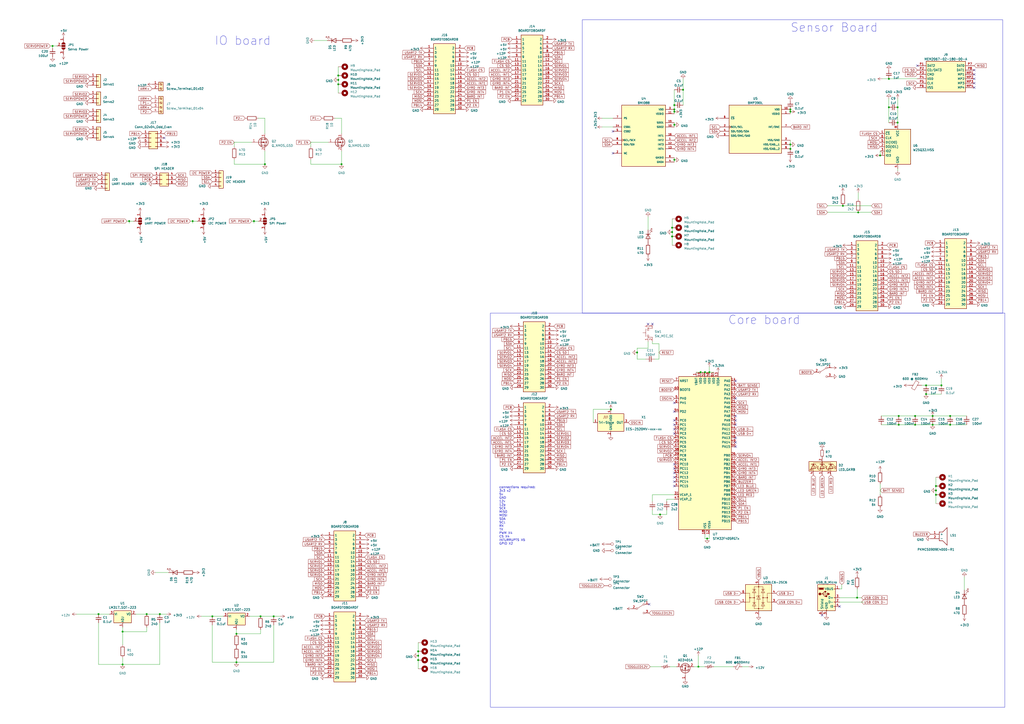
<source format=kicad_sch>
(kicad_sch (version 20230121) (generator eeschema)
  (paper "A2")
  (junction (at 520.7 62.23))
  (junction (at 542.925 287.02))
  (junction (at 458.47 64.77))
  (junction (at 551.18 241.3))
  (junction (at 123.19 357.505))
  (junction (at 391.16 64.77))
  (junction (at 137.16 384.175))
  (junction (at 242.57 382.905))
  (junction (at 537.21 228.6))
  (junction (at 389.89 132.08))
  (junction (at 391.16 63.5))
  (junction (at 537.21 223.52))
  (junction (at 406.4 215.9))
  (junction (at 510.54 90.17))
  (junction (at 74.93 128.27))
  (junction (at 542.925 284.48))
  (junction (at 242.57 380.365))
  (junction (at 530.86 241.3))
  (junction (at 30.48 26.67))
  (junction (at 85.09 356.235))
  (junction (at 546.1 223.52))
  (junction (at 196.215 46.355))
  (junction (at 410.21 312.42))
  (junction (at 458.47 86.36))
  (junction (at 71.12 366.395))
  (junction (at 391.16 92.71))
  (junction (at 391.16 60.96))
  (junction (at 551.18 246.38))
  (junction (at 521.335 246.38))
  (junction (at 137.16 367.665))
  (junction (at 196.215 43.815))
  (junction (at 57.15 356.235))
  (junction (at 71.12 385.445))
  (junction (at 497.205 346.71))
  (junction (at 458.47 83.82))
  (junction (at 382.905 298.45))
  (junction (at 396.24 52.07))
  (junction (at 369.57 204.47))
  (junction (at 354.33 237.49))
  (junction (at 515.62 62.23))
  (junction (at 111.76 128.27))
  (junction (at 153.67 95.25))
  (junction (at 497.84 123.19))
  (junction (at 541.02 246.38))
  (junction (at 158.75 357.505))
  (junction (at 408.94 215.9))
  (junction (at 458.47 63.5))
  (junction (at 530.86 246.38))
  (junction (at 391.16 72.39))
  (junction (at 196.215 48.895))
  (junction (at 147.32 128.27))
  (junction (at 411.48 215.9))
  (junction (at 520.7 71.12))
  (junction (at 389.89 134.62))
  (junction (at 92.71 356.235))
  (junction (at 488.95 119.38))
  (junction (at 515.62 45.72))
  (junction (at 521.335 241.3))
  (junction (at 405.13 386.715))
  (junction (at 242.57 377.825))
  (junction (at 198.12 95.25))
  (junction (at 389.89 137.16))
  (junction (at 151.13 357.505))
  (junction (at 542.925 281.94))
  (junction (at 541.02 241.3))
  (no_connect (at 532.13 38.1))
  (no_connect (at 391.16 269.24))
  (no_connect (at 378.46 187.96))
  (no_connect (at 391.16 251.46))
  (no_connect (at 355.6 88.9))
  (no_connect (at 565.15 43.18))
  (no_connect (at 375.92 187.96))
  (no_connect (at 391.16 243.84))
  (no_connect (at 476.885 356.87))
  (no_connect (at 426.72 254))
  (no_connect (at 426.72 220.98))
  (no_connect (at 426.72 259.08))
  (no_connect (at 391.16 246.38))
  (no_connect (at 426.72 246.38))
  (no_connect (at 391.16 233.68))
  (no_connect (at 391.16 274.32))
  (no_connect (at 565.15 40.64))
  (no_connect (at 565.15 45.72))
  (no_connect (at 391.16 248.92))
  (no_connect (at 391.16 238.76))
  (no_connect (at 376.555 350.52))
  (no_connect (at 391.16 279.4))
  (no_connect (at 426.72 243.84))
  (no_connect (at 391.16 271.78))
  (no_connect (at 565.15 48.26))
  (no_connect (at 487.045 351.79))
  (no_connect (at 426.72 256.54))
  (no_connect (at 391.16 276.86))
  (no_connect (at 426.72 241.3))
  (no_connect (at 426.72 231.14))
  (no_connect (at 565.15 50.8))
  (no_connect (at 391.16 281.94))
  (no_connect (at 355.6 76.2))
  (no_connect (at 95.25 80.01))
  (wire (pts (xy 378.46 199.39) (xy 378.46 198.12)))
  (wire (pts (xy 391.16 63.5) (xy 391.16 64.77)))
  (wire (pts (xy 391.16 72.39) (xy 391.16 73.66)))
  (wire (pts (xy 542.925 281.94) (xy 542.925 284.48)))
  (wire (pts (xy 396.24 45.72) (xy 396.24 52.07)))
  (wire (pts (xy 180.34 92.71) (xy 180.34 95.25)))
  (wire (pts (xy 389.89 137.16) (xy 389.89 142.24)))
  (wire (pts (xy 57.15 385.445) (xy 71.12 385.445)))
  (wire (pts (xy 135.89 95.25) (xy 153.67 95.25)))
  (wire (pts (xy 123.19 362.585) (xy 123.19 384.175)))
  (wire (pts (xy 137.16 384.175) (xy 158.75 384.175)))
  (wire (pts (xy 85.09 363.855) (xy 85.09 366.395)))
  (wire (pts (xy 198.12 77.47) (xy 198.12 68.58)))
  (wire (pts (xy 551.18 246.38) (xy 560.705 246.38)))
  (wire (pts (xy 147.32 128.27) (xy 149.86 128.27)))
  (wire (pts (xy 137.16 384.175) (xy 137.16 382.905)))
  (wire (pts (xy 511.175 246.38) (xy 521.335 246.38)))
  (wire (pts (xy 369.57 201.93) (xy 375.92 201.93)))
  (wire (pts (xy 520.7 97.79) (xy 520.7 99.06)))
  (wire (pts (xy 198.12 95.25) (xy 198.12 87.63)))
  (wire (pts (xy 542.925 284.48) (xy 542.925 287.02)))
  (wire (pts (xy 497.205 346.71) (xy 499.745 346.71)))
  (wire (pts (xy 144.78 357.505) (xy 151.13 357.505)))
  (wire (pts (xy 391.16 71.12) (xy 391.16 72.39)))
  (wire (pts (xy 242.57 380.365) (xy 242.57 382.905)))
  (wire (pts (xy 349.25 73.66) (xy 355.6 73.66)))
  (wire (pts (xy 85.09 366.395) (xy 71.12 366.395)))
  (wire (pts (xy 515.62 45.72) (xy 532.13 45.72)))
  (wire (pts (xy 110.49 128.27) (xy 111.76 128.27)))
  (wire (pts (xy 29.21 26.67) (xy 30.48 26.67)))
  (wire (pts (xy 196.215 46.355) (xy 196.215 48.895)))
  (wire (pts (xy 242.57 382.905) (xy 242.57 387.985)))
  (wire (pts (xy 488.315 339.09) (xy 488.315 341.63)))
  (wire (pts (xy 92.71 361.315) (xy 92.71 385.445)))
  (wire (pts (xy 116.84 357.505) (xy 123.19 357.505)))
  (wire (pts (xy 388.62 386.715) (xy 392.43 386.715)))
  (wire (pts (xy 344.17 237.49) (xy 354.33 237.49)))
  (wire (pts (xy 411.48 212.725) (xy 411.48 215.9)))
  (wire (pts (xy 57.15 356.235) (xy 63.5 356.235)))
  (wire (pts (xy 497.84 123.19) (xy 505.46 123.19)))
  (wire (pts (xy 520.7 57.15) (xy 520.7 62.23)))
  (wire (pts (xy 74.93 129.54) (xy 74.93 128.27)))
  (wire (pts (xy 537.21 223.52) (xy 534.67 223.52)))
  (wire (pts (xy 406.4 215.9) (xy 408.94 215.9)))
  (wire (pts (xy 408.94 309.88) (xy 408.94 312.42)))
  (wire (pts (xy 521.335 241.3) (xy 530.86 241.3)))
  (wire (pts (xy 520.7 71.12) (xy 520.7 72.39)))
  (wire (pts (xy 378.46 298.45) (xy 382.905 298.45)))
  (wire (pts (xy 158.75 357.505) (xy 162.56 357.505)))
  (wire (pts (xy 510.54 280.67) (xy 510.54 287.02)))
  (wire (pts (xy 123.19 357.505) (xy 129.54 357.505)))
  (wire (pts (xy 551.18 241.3) (xy 560.705 241.3)))
  (wire (pts (xy 391.16 60.96) (xy 391.16 63.5)))
  (wire (pts (xy 497.84 111.76) (xy 497.84 115.57)))
  (wire (pts (xy 375.92 125.73) (xy 375.92 133.35)))
  (wire (pts (xy 458.47 64.77) (xy 458.47 66.04)))
  (wire (pts (xy 487.045 349.25) (xy 501.015 349.25)))
  (wire (pts (xy 135.89 82.55) (xy 135.89 85.09)))
  (wire (pts (xy 546.1 219.71) (xy 546.1 223.52)))
  (wire (pts (xy 151.13 357.505) (xy 158.75 357.505)))
  (wire (pts (xy 488.315 341.63) (xy 487.045 341.63)))
  (wire (pts (xy 515.62 62.23) (xy 515.62 71.12)))
  (wire (pts (xy 153.67 68.58) (xy 149.86 68.58)))
  (wire (pts (xy 414.02 386.715) (xy 425.45 386.715)))
  (wire (pts (xy 349.25 68.58) (xy 355.6 68.58)))
  (wire (pts (xy 196.215 48.895) (xy 196.215 53.975)))
  (wire (pts (xy 111.76 129.54) (xy 111.76 128.27)))
  (wire (pts (xy 405.13 386.715) (xy 408.94 386.715)))
  (wire (pts (xy 242.57 377.825) (xy 242.57 380.365)))
  (wire (pts (xy 521.335 246.38) (xy 530.86 246.38)))
  (wire (pts (xy 85.09 356.235) (xy 92.71 356.235)))
  (wire (pts (xy 382.27 199.39) (xy 378.46 199.39)))
  (wire (pts (xy 391.16 91.44) (xy 391.16 92.71)))
  (wire (pts (xy 391.16 52.07) (xy 391.16 60.96)))
  (wire (pts (xy 344.17 245.11) (xy 344.17 237.49)))
  (wire (pts (xy 158.75 362.585) (xy 158.75 384.175)))
  (wire (pts (xy 153.67 95.25) (xy 153.67 87.63)))
  (wire (pts (xy 389.89 127) (xy 389.89 132.08)))
  (wire (pts (xy 153.67 77.47) (xy 153.67 68.58)))
  (wire (pts (xy 542.925 287.02) (xy 542.925 292.1)))
  (wire (pts (xy 182.245 23.495) (xy 189.865 23.495)))
  (wire (pts (xy 497.205 341.63) (xy 497.205 346.71)))
  (wire (pts (xy 520.7 62.23) (xy 520.7 71.12)))
  (wire (pts (xy 510.54 87.63) (xy 510.54 90.17)))
  (wire (pts (xy 146.05 128.27) (xy 147.32 128.27)))
  (wire (pts (xy 369.57 208.28) (xy 374.65 208.28)))
  (wire (pts (xy 147.32 129.54) (xy 147.32 128.27)))
  (wire (pts (xy 559.435 334.645) (xy 559.435 342.265)))
  (wire (pts (xy 180.34 95.25) (xy 198.12 95.25)))
  (wire (pts (xy 389.89 132.08) (xy 389.89 134.62)))
  (wire (pts (xy 382.27 199.39) (xy 382.27 208.28)))
  (wire (pts (xy 71.12 366.395) (xy 71.12 374.015)))
  (wire (pts (xy 377.19 386.715) (xy 383.54 386.715)))
  (wire (pts (xy 546.1 223.52) (xy 537.21 223.52)))
  (wire (pts (xy 151.13 365.125) (xy 151.13 367.665)))
  (wire (pts (xy 410.21 312.42) (xy 411.48 312.42)))
  (wire (pts (xy 242.57 372.745) (xy 242.57 377.825)))
  (wire (pts (xy 196.215 38.735) (xy 196.215 43.815)))
  (wire (pts (xy 408.94 312.42) (xy 410.21 312.42)))
  (wire (pts (xy 391.16 64.77) (xy 391.16 66.04)))
  (wire (pts (xy 386.715 289.56) (xy 386.715 290.83)))
  (wire (pts (xy 430.53 386.715) (xy 434.34 386.715)))
  (wire (pts (xy 515.62 57.15) (xy 515.62 62.23)))
  (wire (pts (xy 90.17 332.105) (xy 97.79 332.105)))
  (wire (pts (xy 190.5 82.55) (xy 180.34 82.55)))
  (wire (pts (xy 389.89 134.62) (xy 389.89 137.16)))
  (wire (pts (xy 137.16 365.125) (xy 137.16 367.665)))
  (wire (pts (xy 515.62 45.72) (xy 511.81 45.72)))
  (wire (pts (xy 57.15 361.315) (xy 57.15 385.445)))
  (wire (pts (xy 369.57 204.47) (xy 369.57 201.93)))
  (wire (pts (xy 458.47 81.28) (xy 458.47 83.82)))
  (wire (pts (xy 541.02 246.38) (xy 551.18 246.38)))
  (wire (pts (xy 198.12 68.58) (xy 194.31 68.58)))
  (wire (pts (xy 480.06 119.38) (xy 488.95 119.38)))
  (wire (pts (xy 488.95 119.38) (xy 505.46 119.38)))
  (wire (pts (xy 71.12 363.855) (xy 71.12 366.395)))
  (wire (pts (xy 44.45 356.235) (xy 57.15 356.235)))
  (wire (pts (xy 369.57 204.47) (xy 369.57 208.28)))
  (wire (pts (xy 71.12 381.635) (xy 71.12 385.445)))
  (wire (pts (xy 396.24 52.07) (xy 396.24 60.96)))
  (wire (pts (xy 378.46 287.02) (xy 378.46 290.83)))
  (wire (pts (xy 511.175 241.3) (xy 521.335 241.3)))
  (wire (pts (xy 92.71 385.445) (xy 71.12 385.445)))
  (wire (pts (xy 411.48 312.42) (xy 411.48 309.88)))
  (wire (pts (xy 403.86 215.9) (xy 406.4 215.9)))
  (wire (pts (xy 386.715 298.45) (xy 386.715 295.91)))
  (wire (pts (xy 196.215 43.815) (xy 196.215 46.355)))
  (wire (pts (xy 111.76 128.27) (xy 114.3 128.27)))
  (wire (pts (xy 391.16 92.71) (xy 391.16 93.98)))
  (wire (pts (xy 74.93 128.27) (xy 77.47 128.27)))
  (wire (pts (xy 530.86 241.3) (xy 541.02 241.3)))
  (wire (pts (xy 135.89 92.71) (xy 135.89 95.25)))
  (wire (pts (xy 375.92 201.93) (xy 375.92 198.12)))
  (wire (pts (xy 458.47 83.82) (xy 458.47 86.36)))
  (wire (pts (xy 391.16 287.02) (xy 378.46 287.02)))
  (wire (pts (xy 537.21 228.6) (xy 546.1 228.6)))
  (wire (pts (xy 541.02 241.3) (xy 551.18 241.3)))
  (wire (pts (xy 73.66 128.27) (xy 74.93 128.27)))
  (wire (pts (xy 542.925 276.86) (xy 542.925 281.94)))
  (wire (pts (xy 458.47 63.5) (xy 458.47 64.77)))
  (wire (pts (xy 378.46 295.91) (xy 378.46 298.45)))
  (wire (pts (xy 402.59 386.715) (xy 405.13 386.715)))
  (wire (pts (xy 30.48 26.67) (xy 33.02 26.67)))
  (wire (pts (xy 379.73 208.28) (xy 382.27 208.28)))
  (wire (pts (xy 530.86 246.38) (xy 541.02 246.38)))
  (wire (pts (xy 78.74 356.235) (xy 85.09 356.235)))
  (wire (pts (xy 487.045 346.71) (xy 497.205 346.71)))
  (wire (pts (xy 30.48 27.94) (xy 30.48 26.67)))
  (wire (pts (xy 405.13 380.365) (xy 405.13 386.715)))
  (wire (pts (xy 382.905 298.45) (xy 386.715 298.45)))
  (wire (pts (xy 391.16 289.56) (xy 386.715 289.56)))
  (wire (pts (xy 180.34 82.55) (xy 180.34 85.09)))
  (wire (pts (xy 146.05 82.55) (xy 135.89 82.55)))
  (wire (pts (xy 151.13 367.665) (xy 137.16 367.665)))
  (wire (pts (xy 123.19 384.175) (xy 137.16 384.175)))
  (wire (pts (xy 408.94 215.9) (xy 411.48 215.9)))
  (wire (pts (xy 411.48 215.9) (xy 414.02 215.9)))
  (wire (pts (xy 480.06 123.19) (xy 497.84 123.19)))
  (wire (pts (xy 92.71 356.235) (xy 96.52 356.235)))
  (rectangle (start 284.48 181.61) (end 582.93 410.21))
  (rectangle (start 337.82 11.43) (end 581.66 181.61))
  (text "connections required:\n3v3 x2\n5v\nGND\n12v\n12p\nSCK\nMISO\nMOSI\nSDA\nSCL\nRX\nTX\nPWM X4\nCS X4\nINTURRUPTS X5\nGPIO X2" (at 289.56 316.23 0) (effects (font (size 1.27 1.27)) (justify left bottom)))
  (text "Core board\n" (at 422.275 188.595 0) (effects (font (size 5 5)) (justify left bottom)))
  (text "Sensor Board\n" (at 458.47 19.05 0) (effects (font (size 5 5)) (justify left bottom)))
  (text "IO board\n" (at 124.46 26.67 0) (effects (font (size 5 5)) (justify left bottom)))
  (global_label "SERVOPOWER" (shape input) (at 29.21 26.67 180) (property "Intersheetrefs" "${INTERSHEET_REFS}" (effects hide)))
  (global_label "SCK" (shape input) (at 298.45 214.63 180) (property "Intersheetrefs" "${INTERSHEET_REFS}" (effects hide)))
  (global_label "USART2 TX" (shape input) (at 320.04 25.4 0) (property "Intersheetrefs" "${INTERSHEET_REFS}" (effects hide)))
  (global_label "FLASH CS" (shape input) (at 542.925 153.67 180) (property "Intersheetrefs" "${INTERSHEET_REFS}" (effects hide)))
  (global_label "LED BLUE" (shape input) (at 471.805 275.59 270) (property "Intersheetrefs" "${INTERSHEET_REFS}" (effects hide)))
  (global_label "PB14" (shape input) (at 82.55 77.47 180) (property "Intersheetrefs" "${INTERSHEET_REFS}" (effects hide)))
  (global_label "CS SD" (shape input) (at 211.455 325.755 0) (property "Intersheetrefs" "${INTERSHEET_REFS}" (effects hide)))
  (global_label "BOOT0" (shape input) (at 391.16 226.06 180) (property "Intersheetrefs" "${INTERSHEET_REFS}" (effects hide)))
  (global_label "BARO INT" (shape input) (at 211.455 338.455 0) (property "Intersheetrefs" "${INTERSHEET_REFS}" (effects hide)))
  (global_label "GYRO INT4" (shape input) (at 298.45 261.62 180) (property "Intersheetrefs" "${INTERSHEET_REFS}" (effects hide)))
  (global_label "SCL" (shape input) (at 565.785 153.67 0) (property "Intersheetrefs" "${INTERSHEET_REFS}" (effects hide)))
  (global_label "SERVO3" (shape input) (at 321.31 256.54 0) (property "Intersheetrefs" "${INTERSHEET_REFS}" (effects hide)))
  (global_label "SERVO4" (shape input) (at 491.49 165.1 180) (property "Intersheetrefs" "${INTERSHEET_REFS}" (effects hide)))
  (global_label "SCL" (shape input) (at 426.72 289.56 0) (property "Intersheetrefs" "${INTERSHEET_REFS}" (effects hide)))
  (global_label "SDA" (shape input) (at 355.6 83.82 180) (property "Intersheetrefs" "${INTERSHEET_REFS}" (effects hide)))
  (global_label "GYRO INT3" (shape input) (at 188.595 380.365 180) (property "Intersheetrefs" "${INTERSHEET_REFS}" (effects hide)))
  (global_label "SERVO3" (shape input) (at 320.04 43.18 0) (property "Intersheetrefs" "${INTERSHEET_REFS}" (effects hide)))
  (global_label "USART2 TX" (shape input) (at 491.49 144.78 180) (property "Intersheetrefs" "${INTERSHEET_REFS}" (effects hide)))
  (global_label "LED RED" (shape input) (at 426.72 287.02 0) (property "Intersheetrefs" "${INTERSHEET_REFS}" (effects hide)))
  (global_label "BARO INT" (shape input) (at 269.24 55.88 0) (property "Intersheetrefs" "${INTERSHEET_REFS}" (effects hide)))
  (global_label "BUZZER" (shape input) (at 426.72 279.4 0) (property "Intersheetrefs" "${INTERSHEET_REFS}" (effects hide)))
  (global_label "BARO INT" (shape input) (at 321.31 217.17 0) (property "Intersheetrefs" "${INTERSHEET_REFS}" (effects hide)))
  (global_label "SDA" (shape input) (at 211.455 367.665 0) (property "Intersheetrefs" "${INTERSHEET_REFS}" (effects hide)))
  (global_label "ACCEL INT1" (shape input) (at 542.925 161.29 180) (property "Intersheetrefs" "${INTERSHEET_REFS}" (effects hide)))
  (global_label "MOSI" (shape input) (at 246.38 58.42 180) (property "Intersheetrefs" "${INTERSHEET_REFS}" (effects hide)))
  (global_label "CS SD" (shape input) (at 514.35 157.48 0) (property "Intersheetrefs" "${INTERSHEET_REFS}" (effects hide)))
  (global_label "SCL" (shape input) (at 211.455 370.205 0) (property "Intersheetrefs" "${INTERSHEET_REFS}" (effects hide)))
  (global_label "ACCEL INT1" (shape input) (at 391.16 78.74 0) (property "Intersheetrefs" "${INTERSHEET_REFS}" (effects hide)))
  (global_label "SERVO4" (shape input) (at 211.455 380.365 0) (property "Intersheetrefs" "${INTERSHEET_REFS}" (effects hide)))
  (global_label "MISO" (shape input) (at 101.6 104.14 0) (property "Intersheetrefs" "${INTERSHEET_REFS}" (effects hide)))
  (global_label "PC8" (shape input) (at 298.45 236.22 180) (property "Intersheetrefs" "${INTERSHEET_REFS}" (effects hide)))
  (global_label "GYRO INT3" (shape input) (at 297.18 45.72 180) (property "Intersheetrefs" "${INTERSHEET_REFS}" (effects hide)))
  (global_label "ACCEL INT2" (shape input) (at 514.35 160.02 0) (property "Intersheetrefs" "${INTERSHEET_REFS}" (effects hide)))
  (global_label "USART2 TX" (shape input) (at 565.785 143.51 0) (property "Intersheetrefs" "${INTERSHEET_REFS}" (effects hide)))
  (global_label "USART2 RX" (shape input) (at 426.72 228.6 0) (property "Intersheetrefs" "${INTERSHEET_REFS}" (effects hide)))
  (global_label "USART2 RX" (shape input) (at 491.49 147.32 180) (property "Intersheetrefs" "${INTERSHEET_REFS}" (effects hide)))
  (global_label "MOSI" (shape input) (at 510.54 82.55 180) (property "Intersheetrefs" "${INTERSHEET_REFS}" (effects hide)))
  (global_label "USB CON D-" (shape input) (at 499.745 349.25 0) (property "Intersheetrefs" "${INTERSHEET_REFS}" (effects hide)))
  (global_label "SCK" (shape input) (at 320.04 48.26 0) (property "Intersheetrefs" "${INTERSHEET_REFS}" (effects hide)))
  (global_label "SERVO4" (shape input) (at 426.72 264.16 0) (property "Intersheetrefs" "${INTERSHEET_REFS}" (effects hide)))
  (global_label "BARO INT" (shape input) (at 298.45 264.16 180) (property "Intersheetrefs" "${INTERSHEET_REFS}" (effects hide)))
  (global_label "ACCEL INT1" (shape input) (at 188.595 377.825 180) (property "Intersheetrefs" "${INTERSHEET_REFS}" (effects hide)))
  (global_label "ACCEL INT2" (shape input) (at 298.45 254 180) (property "Intersheetrefs" "${INTERSHEET_REFS}" (effects hide)))
  (global_label "SCL" (shape input) (at 491.49 154.94 180) (property "Intersheetrefs" "${INTERSHEET_REFS}" (effects hide)))
  (global_label "USB CON D+" (shape input) (at 499.745 346.71 0) (property "Intersheetrefs" "${INTERSHEET_REFS}" (effects hide)))
  (global_label "VBUS" (shape input) (at 440.055 336.55 90) (property "Intersheetrefs" "${INTERSHEET_REFS}" (effects hide)))
  (global_label "USART2 RX" (shape input) (at 298.45 194.31 180) (property "Intersheetrefs" "${INTERSHEET_REFS}" (effects hide)))
  (global_label "CS SD" (shape input) (at 542.925 156.21 180) (property "Intersheetrefs" "${INTERSHEET_REFS}" (effects hide)))
  (global_label "GYRO INT3" (shape input) (at 514.35 165.1 0) (property "Intersheetrefs" "${INTERSHEET_REFS}" (effects hide)))
  (global_label "ACCEL INT1" (shape input) (at 426.72 269.24 0) (property "Intersheetrefs" "${INTERSHEET_REFS}" (effects hide)))
  (global_label "USART2 RX" (shape input) (at 246.38 33.02 180) (property "Intersheetrefs" "${INTERSHEET_REFS}" (effects hide)))
  (global_label "P2 EN" (shape input) (at 188.595 390.525 180) (property "Intersheetrefs" "${INTERSHEET_REFS}" (effects hide)))
  (global_label "CS SD" (shape input) (at 532.13 40.64 180) (property "Intersheetrefs" "${INTERSHEET_REFS}" (effects hide)))
  (global_label "BARO INT" (shape input) (at 188.595 385.445 180) (property "Intersheetrefs" "${INTERSHEET_REFS}" (effects hide)))
  (global_label "PC8" (shape input) (at 297.18 22.86 180) (property "Intersheetrefs" "${INTERSHEET_REFS}" (effects hide)))
  (global_label "PB15" (shape input) (at 95.25 77.47 0) (property "Intersheetrefs" "${INTERSHEET_REFS}" (effects hide)))
  (global_label "PB14" (shape input) (at 426.72 299.72 0) (property "Intersheetrefs" "${INTERSHEET_REFS}" (effects hide)))
  (global_label "SCK" (shape input) (at 565.785 166.37 0) (property "Intersheetrefs" "${INTERSHEET_REFS}" (effects hide)))
  (global_label "SERVO2" (shape input) (at 52.07 54.61 180) (property "Intersheetrefs" "${INTERSHEET_REFS}" (effects hide)))
  (global_label "USB D-" (shape input) (at 429.895 344.17 180) (property "Intersheetrefs" "${INTERSHEET_REFS}" (effects hide)))
  (global_label "MISO" (shape input) (at 565.785 168.91 0) (property "Intersheetrefs" "${INTERSHEET_REFS}" (effects hide)))
  (global_label "FLASH CS" (shape input) (at 391.16 254 180) (property "Intersheetrefs" "${INTERSHEET_REFS}" (effects hide)))
  (global_label "SERVO3" (shape input) (at 391.16 266.7 180) (property "Intersheetrefs" "${INTERSHEET_REFS}" (effects hide)))
  (global_label "SCK" (shape input) (at 491.49 167.64 180) (property "Intersheetrefs" "${INTERSHEET_REFS}" (effects hide)))
  (global_label "PC8" (shape input) (at 542.925 140.97 180) (property "Intersheetrefs" "${INTERSHEET_REFS}" (effects hide)))
  (global_label "ACCEL INT2" (shape input) (at 211.455 328.295 0) (property "Intersheetrefs" "${INTERSHEET_REFS}" (effects hide)))
  (global_label "SERVO4" (shape input) (at 52.07 74.93 180) (property "Intersheetrefs" "${INTERSHEET_REFS}" (effects hide)))
  (global_label "P2 EN" (shape input) (at 542.925 173.99 180) (property "Intersheetrefs" "${INTERSHEET_REFS}" (effects hide)))
  (global_label "ACCEL INT1" (shape input) (at 321.31 209.55 0) (property "Intersheetrefs" "${INTERSHEET_REFS}" (effects hide)))
  (global_label "BOOT0" (shape input) (at 472.44 215.9 180) (property "Intersheetrefs" "${INTERSHEET_REFS}" (effects hide)))
  (global_label "USART2 RX" (shape input) (at 321.31 241.3 0) (property "Intersheetrefs" "${INTERSHEET_REFS}" (effects hide)))
  (global_label "GYRO INT4" (shape input) (at 269.24 53.34 0) (property "Intersheetrefs" "${INTERSHEET_REFS}" (effects hide)))
  (global_label "MISO" (shape input) (at 565.15 38.1 0) (property "Intersheetrefs" "${INTERSHEET_REFS}" (effects hide)))
  (global_label "SDA" (shape input) (at 321.31 246.38 0) (property "Intersheetrefs" "${INTERSHEET_REFS}" (effects hide)))
  (global_label "P1 EN" (shape input) (at 269.24 58.42 0) (property "Intersheetrefs" "${INTERSHEET_REFS}" (effects hide)))
  (global_label "SERVO2" (shape input) (at 391.16 261.62 180) (property "Intersheetrefs" "${INTERSHEET_REFS}" (effects hide)))
  (global_label "MISO" (shape input) (at 298.45 217.17 180) (property "Intersheetrefs" "${INTERSHEET_REFS}" (effects hide)))
  (global_label "SERVO1" (shape input) (at 391.16 259.08 180) (property "Intersheetrefs" "${INTERSHEET_REFS}" (effects hide)))
  (global_label "PB14" (shape input) (at 298.45 222.25 180) (property "Intersheetrefs" "${INTERSHEET_REFS}" (effects hide)))
  (global_label "P1 EN" (shape input) (at 297.18 53.34 180) (property "Intersheetrefs" "${INTERSHEET_REFS}" (effects hide)))
  (global_label "LED RED" (shape input) (at 481.965 275.59 270) (property "Intersheetrefs" "${INTERSHEET_REFS}" (effects hide)))
  (global_label "SCL" (shape input) (at 320.04 35.56 0) (property "Intersheetrefs" "${INTERSHEET_REFS}" (effects hide)))
  (global_label "SERVO1" (shape input) (at 321.31 251.46 0) (property "Intersheetrefs" "${INTERSHEET_REFS}" (effects hide)))
  (global_label "P1 EN" (shape input) (at 514.35 172.72 0) (property "Intersheetrefs" "${INTERSHEET_REFS}" (effects hide)))
  (global_label "RESET" (shape input) (at 382.27 204.47 0) (property "Intersheetrefs" "${INTERSHEET_REFS}" (effects hide)))
  (global_label "SCK" (shape input) (at 188.595 335.915 180) (property "Intersheetrefs" "${INTERSHEET_REFS}" (effects hide)))
  (global_label "GYRO INT3" (shape input) (at 321.31 212.09 0) (property "Intersheetrefs" "${INTERSHEET_REFS}" (effects hide)))
  (global_label "P1-" (shape input) (at 186.69 68.58 180) (property "Intersheetrefs" "${INTERSHEET_REFS}" (effects hide)))
  (global_label "SCL" (shape input) (at 188.595 323.215 180) (property "Intersheetrefs" "${INTERSHEET_REFS}" (effects hide)))
  (global_label "TOGGLED12V" (shape input) (at 377.19 386.715 180) (property "Intersheetrefs" "${INTERSHEET_REFS}" (effects hide)))
  (global_label "SERVO2" (shape input) (at 188.595 328.295 180) (property "Intersheetrefs" "${INTERSHEET_REFS}" (effects hide)))
  (global_label "SERVO2" (shape input) (at 298.45 207.01 180) (property "Intersheetrefs" "${INTERSHEET_REFS}" (effects hide)))
  (global_label "SDA" (shape input) (at 491.49 152.4 180) (property "Intersheetrefs" "${INTERSHEET_REFS}" (effects hide)))
  (global_label "PB15" (shape input) (at 321.31 243.84 0) (property "Intersheetrefs" "${INTERSHEET_REFS}" (effects hide)))
  (global_label "BATT SENSE" (shape input) (at 510.54 284.48 0) (property "Intersheetrefs" "${INTERSHEET_REFS}" (effects hide)))
  (global_label "PC8" (shape input) (at 391.16 264.16 180) (property "Intersheetrefs" "${INTERSHEET_REFS}" (effects hide)))
  (global_label "SERVO4" (shape input) (at 321.31 259.08 0) (property "Intersheetrefs" "${INTERSHEET_REFS}" (effects hide)))
  (global_label "SERVO2" (shape input) (at 320.04 40.64 0) (property "Intersheetrefs" "${INTERSHEET_REFS}" (effects hide)))
  (global_label "FLASH CS" (shape input) (at 211.455 323.215 0) (property "Intersheetrefs" "${INTERSHEET_REFS}" (effects hide)))
  (global_label "SERVO1" (shape input) (at 491.49 157.48 180) (property "Intersheetrefs" "${INTERSHEET_REFS}" (effects hide)))
  (global_label "SCL" (shape input) (at 246.38 40.64 180) (property "Intersheetrefs" "${INTERSHEET_REFS}" (effects hide)))
  (global_label "SERVO2" (shape input) (at 565.785 158.75 0) (property "Intersheetrefs" "${INTERSHEET_REFS}" (effects hide)))
  (global_label "SPI POWER" (shape input) (at 146.05 128.27 180) (property "Intersheetrefs" "${INTERSHEET_REFS}" (effects hide)))
  (global_label "MISO" (shape input) (at 188.595 338.455 180) (property "Intersheetrefs" "${INTERSHEET_REFS}" (effects hide)))
  (global_label "MOSI" (shape input) (at 532.13 43.18 180) (property "Intersheetrefs" "${INTERSHEET_REFS}" (effects hide)))
  (global_label "SCK" (shape input) (at 101.6 101.6 0) (property "Intersheetrefs" "${INTERSHEET_REFS}" (effects hide)))
  (global_label "GYRO INT4" (shape input) (at 188.595 382.905 180) (property "Intersheetrefs" "${INTERSHEET_REFS}" (effects hide)))
  (global_label "SDA" (shape input) (at 480.06 123.19 180) (property "Intersheetrefs" "${INTERSHEET_REFS}" (effects hide)))
  (global_label "VBUS" (shape input) (at 488.315 339.09 90) (property "Intersheetrefs" "${INTERSHEET_REFS}" (effects hide)))
  (global_label "USART2 TX" (shape input) (at 426.72 226.06 0) (property "Intersheetrefs" "${INTERSHEET_REFS}" (effects hide)))
  (global_label "SERVO1" (shape input) (at 565.785 156.21 0) (property "Intersheetrefs" "${INTERSHEET_REFS}" (effects hide)))
  (global_label "ACCEL INT2" (shape input) (at 269.24 45.72 0) (property "Intersheetrefs" "${INTERSHEET_REFS}" (effects hide)))
  (global_label "SERVO1" (shape input) (at 298.45 204.47 180) (property "Intersheetrefs" "${INTERSHEET_REFS}" (effects hide)))
  (global_label "SDA" (shape input) (at 426.72 292.1 0) (property "Intersheetrefs" "${INTERSHEET_REFS}" (effects hide)))
  (global_label "PB14" (shape input) (at 211.455 390.525 0) (property "Intersheetrefs" "${INTERSHEET_REFS}" (effects hide)))
  (global_label "SCL" (shape input) (at 298.45 201.93 180) (property "Intersheetrefs" "${INTERSHEET_REFS}" (effects hide)))
  (global_label "PB14" (shape input) (at 321.31 269.24 0) (property "Intersheetrefs" "${INTERSHEET_REFS}" (effects hide)))
  (global_label "P2 EN" (shape input) (at 298.45 269.24 180) (property "Intersheetrefs" "${INTERSHEET_REFS}" (effects hide)))
  (global_label "GYRO INT3" (shape input) (at 391.16 83.82 0) (property "Intersheetrefs" "${INTERSHEET_REFS}" (effects hide)))
  (global_label "SCL" (shape input) (at 321.31 248.92 0) (property "Intersheetrefs" "${INTERSHEET_REFS}" (effects hide)))
  (global_label "SCL" (shape input) (at 123.19 105.41 180) (property "Intersheetrefs" "${INTERSHEET_REFS}" (effects hide)))
  (global_label "ACCEL INT1" (shape input) (at 298.45 256.54 180) (property "Intersheetrefs" "${INTERSHEET_REFS}" (effects hide)))
  (global_label "PC8" (shape input) (at 188.595 357.505 180) (property "Intersheetrefs" "${INTERSHEET_REFS}" (effects hide)))
  (global_label "FLASH CS" (shape input) (at 510.54 77.47 180) (property "Intersheetrefs" "${INTERSHEET_REFS}" (effects hide)))
  (global_label "SERVOPOWER" (shape input) (at 52.07 46.99 180) (property "Intersheetrefs" "${INTERSHEET_REFS}" (effects hide)))
  (global_label "PB15" (shape input) (at 426.72 302.26 0) (property "Intersheetrefs" "${INTERSHEET_REFS}" (effects hide)))
  (global_label "GYRO INT4" (shape input) (at 514.35 167.64 0) (property "Intersheetrefs" "${INTERSHEET_REFS}" (effects hide)))
  (global_label "USART2 TX" (shape input) (at 246.38 30.48 180) (property "Intersheetrefs" "${INTERSHEET_REFS}" (effects hide)))
  (global_label "SERVO4" (shape input) (at 565.785 163.83 0) (property "Intersheetrefs" "${INTERSHEET_REFS}" (effects hide)))
  (global_label "USART2 TX" (shape input) (at 57.15 104.14 180) (property "Intersheetrefs" "${INTERSHEET_REFS}" (effects hide)))
  (global_label "SCL" (shape input) (at 505.46 119.38 0) (property "Intersheetrefs" "${INTERSHEET_REFS}" (effects hide)))
  (global_label "GYRO INT4" (shape input) (at 297.18 48.26 180) (property "Intersheetrefs" "${INTERSHEET_REFS}" (effects hide)))
  (global_label "PB14" (shape input) (at 565.785 173.99 0) (property "Intersheetrefs" "${INTERSHEET_REFS}" (effects hide)))
  (global_label "ACCEL INT1" (shape input) (at 514.35 162.56 0) (property "Intersheetrefs" "${INTERSHEET_REFS}" (effects hide)))
  (global_label "TOGGLED12V" (shape input) (at 376.555 355.6 0) (property "Intersheetrefs" "${INTERSHEET_REFS}" (effects hide)))
  (global_label "GYRO INT4" (shape input) (at 391.16 86.36 0) (property "Intersheetrefs" "${INTERSHEET_REFS}" (effects hide)))
  (global_label "PB14" (shape input) (at 491.49 175.26 180) (property "Intersheetrefs" "${INTERSHEET_REFS}" (effects hide)))
  (global_label "RESET" (shape input) (at 391.16 220.98 180) (property "Intersheetrefs" "${INTERSHEET_REFS}" (effects hide)))
  (global_label "GYRO INT4" (shape input) (at 321.31 214.63 0) (property "Intersheetrefs" "${INTERSHEET_REFS}" (effects hide)))
  (global_label "P1 EN" (shape input) (at 180.34 82.55 180) (property "Intersheetrefs" "${INTERSHEET_REFS}" (effects hide)))
  (global_label "BUZZER" (shape input) (at 539.75 309.88 180) (property "Intersheetrefs" "${INTERSHEET_REFS}" (effects hide)))
  (global_label "PB15" (shape input) (at 565.785 148.59 0) (property "Intersheetrefs" "${INTERSHEET_REFS}" (effects hide)))
  (global_label "ACCEL INT1" (shape input) (at 211.455 330.835 0) (property "Intersheetrefs" "${INTERSHEET_REFS}" (effects hide)))
  (global_label "SCK" (shape input) (at 532.13 48.26 180) (property "Intersheetrefs" "${INTERSHEET_REFS}" (effects hide)))
  (global_label "USART2 TX" (shape input) (at 211.455 360.045 0) (property "Intersheetrefs" "${INTERSHEET_REFS}" (effects hide)))
  (global_label "MOSI" (shape input) (at 491.49 172.72 180) (property "Intersheetrefs" "${INTERSHEET_REFS}" (effects hide)))
  (global_label "SERVO4" (shape input) (at 188.595 333.375 180) (property "Intersheetrefs" "${INTERSHEET_REFS}" (effects hide)))
  (global_label "SERVO2" (shape input) (at 491.49 160.02 180) (property "Intersheetrefs" "${INTERSHEET_REFS}" (effects hide)))
  (global_label "P1-" (shape input) (at 88.265 59.69 180) (property "Intersheetrefs" "${INTERSHEET_REFS}" (effects hide)))
  (global_label "PC8" (shape input) (at 211.455 310.515 0) (property "Intersheetrefs" "${INTERSHEET_REFS}" (effects hide)))
  (global_label "USB CON D+" (shape input) (at 450.215 349.25 0) (property "Intersheetrefs" "${INTERSHEET_REFS}" (effects hide)))
  (global_label "GYRO INT3" (shape input) (at 269.24 50.8 0) (property "Intersheetrefs" "${INTERSHEET_REFS}" (effects hide)))
  (global_label "CS SD" (shape input) (at 269.24 43.18 0) (property "Intersheetrefs" "${INTERSHEET_REFS}" (effects hide)))
  (global_label "P1 EN" (shape input) (at 211.455 340.995 0) (property "Intersheetrefs" "${INTERSHEET_REFS}" (effects hide)))
  (global_label "SERVO3" (shape input) (at 246.38 48.26 180) (property "Intersheetrefs" "${INTERSHEET_REFS}" (effects hide)))
  (global_label "GYRO INT4" (shape input) (at 426.72 274.32 0) (property "Intersheetrefs" "${INTERSHEET_REFS}" (effects hide)))
  (global_label "MISO" (shape input) (at 320.04 50.8 0) (property "Intersheetrefs" "${INTERSHEET_REFS}" (effects hide)))
  (global_label "P2-" (shape input) (at 142.24 68.58 180) (property "Intersheetrefs" "${INTERSHEET_REFS}" (effects hide)))
  (global_label "MOSI" (shape input) (at 320.04 53.34 0) (property "Intersheetrefs" "${INTERSHEET_REFS}" (effects hide)))
  (global_label "SERVO1" (shape input) (at 320.04 38.1 0) (property "Intersheetrefs" "${INTERSHEET_REFS}" (effects hide)))
  (global_label "FLASH CS" (shape input) (at 321.31 201.93 0) (property "Intersheetrefs" "${INTERSHEET_REFS}" (effects hide)))
  (global_label "SERVO4" (shape input) (at 298.45 212.09 180) (property "Intersheetrefs" "${INTERSHEET_REFS}" (effects hide)))
  (global_label "MOSI" (shape input) (at 188.595 340.995 180) (property "Intersheetrefs" "${INTERSHEET_REFS}" (effects hide)))
  (global_label "PB15" (shape input) (at 188.595 318.135 180) (property "Intersheetrefs" "${INTERSHEET_REFS}" (effects hide)))
  (global_label "SERVO2" (shape input) (at 211.455 375.285 0) (property "Intersheetrefs" "${INTERSHEET_REFS}" (effects hide)))
  (global_label "SERVO1" (shape input) (at 188.595 325.755 180) (property "Intersheetrefs" "${INTERSHEET_REFS}" (effects hide)))
  (global_label "P1 EN" (shape input) (at 188.595 387.985 180) (property "Intersheetrefs" "${INTERSHEET_REFS}" (effects hide)))
  (global_label "SERVO4" (shape input) (at 246.38 50.8 180) (property "Intersheetrefs" "${INTERSHEET_REFS}" (effects hide)))
  (global_label "P2-" (shape input) (at 88.265 64.77 180) (property "Intersheetrefs" "${INTERSHEET_REFS}" (effects hide)))
  (global_label "SCL" (shape input) (at 355.6 81.28 180) (property "Intersheetrefs" "${INTERSHEET_REFS}" (effects hide)))
  (global_label "SDA" (shape input) (at 320.04 33.02 0) (property "Intersheetrefs" "${INTERSHEET_REFS}" (effects hide)))
  (global_label "SDA" (shape input) (at 298.45 199.39 180) (property "Intersheetrefs" "${INTERSHEET_REFS}" (effects hide)))
  (global_label "GYRO INT3" (shape input) (at 211.455 333.375 0) (property "Intersheetrefs" "${INTERSHEET_REFS}" (effects hide)))
  (global_label "SCL" (shape input) (at 480.06 119.38 180) (property "Intersheetrefs" "${INTERSHEET_REFS}" (effects hide)))
  (global_label "USART2 RX" (shape input) (at 188.595 315.595 180) (property "Intersheetrefs" "${INTERSHEET_REFS}" (effects hide)))
  (global_label "USART2 RX" (shape input) (at 320.04 27.94 0) (property "Intersheetrefs" "${INTERSHEET_REFS}" (effects hide)))
  (global_label "USART2 TX" (shape input) (at 188.595 313.055 180) (property "Intersheetrefs" "${INTERSHEET_REFS}" (effects hide)))
  (global_label "GYRO INT4" (shape input) (at 542.925 166.37 180) (property "Intersheetrefs" "${INTERSHEET_REFS}" (effects hide)))
  (global_label "BARO INT" (shape input) (at 426.72 276.86 0) (property "Intersheetrefs" "${INTERSHEET_REFS}" (effects hide)))
  (global_label "SERVOPOWER" (shape input) (at 52.07 57.15 180) (property "Intersheetrefs" "${INTERSHEET_REFS}" (effects hide)))
  (global_label "P1 EN" (shape input) (at 298.45 266.7 180) (property "Intersheetrefs" "${INTERSHEET_REFS}" (effects hide)))
  (global_label "SDA" (shape input) (at 246.38 38.1 180) (property "Intersheetrefs" "${INTERSHEET_REFS}" (effects hide)))
  (global_label "CS SD" (shape input) (at 298.45 251.46 180) (property "Intersheetrefs" "${INTERSHEET_REFS}" (effects hide)))
  (global_label "P1 EN" (shape input) (at 542.925 171.45 180) (property "Intersheetrefs" "${INTERSHEET_REFS}" (effects hide)))
  (global_label "SDA" (shape input) (at 188.595 320.675 180) (property "Intersheetrefs" "${INTERSHEET_REFS}" (effects hide)))
  (global_label "USART2 TX" (shape input) (at 298.45 191.77 180) (property "Intersheetrefs" "${INTERSHEET_REFS}" (effects hide)))
  (global_label "BARO INT" (shape input) (at 297.18 50.8 180) (property "Intersheetrefs" "${INTERSHEET_REFS}" (effects hide)))
  (global_label "SERVO3" (shape input) (at 188.595 330.835 180) (property "Intersheetrefs" "${INTERSHEET_REFS}" (effects hide)))
  (global_label "OSCIN" (shape input) (at 364.49 245.11 0) (property "Intersheetrefs" "${INTERSHEET_REFS}" (effects hide)))
  (global_label "PB14" (shape input) (at 320.04 55.88 0) (property "Intersheetrefs" "${INTERSHEET_REFS}" (effects hide)))
  (global_label "MISO" (shape input) (at 321.31 264.16 0) (property "Intersheetrefs" "${INTERSHEET_REFS}" (effects hide)))
  (global_label "SERVO1" (shape input) (at 211.455 372.745 0) (property "Intersheetrefs" "${INTERSHEET_REFS}" (effects hide)))
  (global_label "I2C POWER" (shape input) (at 123.19 100.33 180) (property "Intersheetrefs" "${INTERSHEET_REFS}" (effects hide)))
  (global_label "FLASH CS" (shape input) (at 188.595 370.205 180) (property "Intersheetrefs" "${INTERSHEET_REFS}" (effects hide)))
  (global_label "UART POWER" (shape input) (at 73.66 128.27 180) (property "Intersheetrefs" "${INTERSHEET_REFS}" (effects hide)))
  (global_label "CS SD" (shape input) (at 188.595 372.745 180) (property "Intersheetrefs" "${INTERSHEET_REFS}" (effects hide)))
  (global_label "ARM+" (shape input) (at 88.265 57.15 180) (property "Intersheetrefs" "${INTERSHEET_REFS}" (effects hide)))
  (global_label "ACCEL INT2" (shape input) (at 297.18 40.64 180) (property "Intersheetrefs" "${INTERSHEET_REFS}" (effects hide)))
  (global_label "FLASH CS" (shape input) (at 298.45 248.92 180) (property "Intersheetrefs" "${INTERSHEET_REFS}" (effects hide)))
  (global_label "USB D-" (shape input) (at 426.72 248.92 0) (property "Intersheetrefs" "${INTERSHEET_REFS}" (effects hide)))
  (global_label "P2 EN" (shape input) (at 514.35 175.26 0) (property "Intersheetrefs" "${INTERSHEET_REFS}" (effects hide)))
  (global_label "SERVO1" (shape input) (at 52.07 44.45 180) (property "Intersheetrefs" "${INTERSHEET_REFS}" (effects hide)))
  (global_label "P2 EN" (shape input) (at 321.31 222.25 0) (property "Intersheetrefs" "${INTERSHEET_REFS}" (effects hide)))
  (global_label "P2 EN" (shape input) (at 297.18 55.88 180) (property "Intersheetrefs" "${INTERSHEET_REFS}" (effects hide)))
  (global_label "SERVOPOWER" (shape input) (at 52.07 67.31 180) (property "Intersheetrefs" "${INTERSHEET_REFS}" (effects hide)))
  (global_label "PB15" (shape input) (at 491.49 149.86 180) (property "Intersheetrefs" "${INTERSHEET_REFS}" (effects hide)))
  (global_label "PC8" (shape input) (at 514.35 142.24 0) (property "Intersheetrefs" "${INTERSHEET_REFS}" (effects hide)))
  (global_label "I2C POWER" (shape input) (at 110.49 128.27 180) (property "Intersheetrefs" "${INTERSHEET_REFS}" (effects hide)))
  (global_label "USB CON D-" (shape input) (at 429.895 349.25 180) (property "Intersheetrefs" "${INTERSHEET_REFS}" (effects hide)))
  (global_label "FLASH CS" (shape input) (at 514.35 154.94 0) (property "Intersheetrefs" "${INTERSHEET_REFS}" (effects hide)))
  (global_label "P1 EN" (shape input) (at 426.72 294.64 0) (property "Intersheetrefs" "${INTERSHEET_REFS}" (effects hide)))
  (global_label "USART2 RX" (shape input) (at 57.15 106.68 180) (property "Intersheetrefs" "${INTERSHEET_REFS}" (effects hide)))
  (global_label "SCL" (shape input) (at 417.83 73.66 180) (property "Intersheetrefs" "${INTERSHEET_REFS}" (effects hide)))
  (global_label "PB15" (shape input) (at 246.38 35.56 180) (property "Intersheetrefs" "${INTERSHEET_REFS}" (effects hide)))
  (global_label "LED GREEN" (shape input) (at 426.72 284.48 0) (property "Intersheetrefs" "${INTERSHEET_REFS}" (effects hide)))
  (global_label "FLASH CS" (shape input) (at 269.24 40.64 0) (property "Intersheetrefs" "${INTERSHEET_REFS}" (effects hide)))
  (global_label "MISO" (shape input) (at 510.54 85.09 180) (property "Intersheetrefs" "${INTERSHEET_REFS}" (effects hide)))
  (global_label "SERVO3" (shape input) (at 52.07 64.77 180) (property "Intersheetrefs" "${INTERSHEET_REFS}" (effects hide)))
  (global_label "USB D+" (shape input) (at 450.215 344.17 0) (property "Intersheetrefs" "${INTERSHEET_REFS}" (effects hide)))
  (global_label "MOSI" (shape input) (at 321.31 266.7 0) (property "Intersheetrefs" "${INTERSHEET_REFS}" (effects hide)))
  (global_label "BARO INT" (shape input) (at 514.35 170.18 0) (property "Intersheetrefs" "${INTERSHEET_REFS}" (effects hide)))
  (global_label "MISO" (shape input) (at 211.455 385.445 0) (property "Intersheetrefs" "${INTERSHEET_REFS}" (effects hide)))
  (global_label "PB14" (shape input) (at 188.595 343.535 180) (property "Intersheetrefs" "${INTERSHEET_REFS}" (effects hide)))
  (global_label "FLASH CS" (shape input) (at 297.18 35.56 180) (property "Intersheetrefs" "${INTERSHEET_REFS}" (effects hide)))
  (global_label "ARM+" (shape input) (at 88.265 62.23 180) (property "Intersheetrefs" "${INTERSHEET_REFS}" (effects hide)))
  (global_label "CS SD" (shape input) (at 391.16 256.54 180) (property "Intersheetrefs" "${INTERSHEET_REFS}" (effects hide)))
  (global_label "ACCEL INT2" (shape input) (at 542.925 158.75 180) (property "Intersheetrefs" "${INTERSHEET_REFS}" (effects hide)))
  (global_label "SERVOPOWER" (shape input) (at 52.07 77.47 180) (property "Intersheetrefs" "${INTERSHEET_REFS}" (effects hide)))
  (global_label "SERVO2" (shape input) (at 246.38 45.72 180) (property "Intersheetrefs" "${INTERSHEET_REFS}" (effects hide)))
  (global_label "LED BLUE" (shape input) (at 426.72 281.94 0) (property "Intersheetrefs" "${INTERSHEET_REFS}" (effects hide)))
  (global_label "PB15" (shape input) (at 211.455 365.125 0) (property "Intersheetrefs" "${INTERSHEET_REFS}" (effects hide)))
  (global_label "MOSI" (shape input) (at 101.6 106.68 0) (property "Intersheetrefs" "${INTERSHEET_REFS}" (effects hide)))
  (global_label "SCK" (shape input) (at 246.38 53.34 180) (property "Intersheetrefs" "${INTERSHEET_REFS}" (effects hide)))
  (global_label "MISO" (shape input) (at 246.38 55.88 180) (property "Intersheetrefs" "${INTERSHEET_REFS}" (effects hide)))
  (global_label "UART POWER" (shape input) (at 57.15 101.6 180) (property "Intersheetrefs" "${INTERSHEET_REFS}" (effects hide)))
  (global_label "BATT SENSE" (shape input) (at 426.72 223.52 0) (property "Intersheetrefs" "${INTERSHEET_REFS}" (effects hide)))
  (global_label "ACCEL INT1" (shape input) (at 297.18 43.18 180) (property "Intersheetrefs" "${INTERSHEET_REFS}" (effects hide)))
  (global_label "ACCEL INT1" (shape input) (at 269.24 48.26 0) (property "Intersheetrefs" "${INTERSHEET_REFS}" (effects hide)))
  (global_label "ARM+" (shape input) (at 88.265 51.435 180) (property "Intersheetrefs" "${INTERSHEET_REFS}" (effects hide)))
  (global_label "MOSI" (shape input) (at 211.455 387.985 0) (property "Intersheetrefs" "${INTERSHEET_REFS}" (effects hide)))
  (global_label "SDA" (shape input) (at 123.19 102.87 180) (property "Intersheetrefs" "${INTERSHEET_REFS}" (effects hide)))
  (global_label "PC8" (shape input) (at 88.9 104.14 180) (property "Intersheetrefs" "${INTERSHEET_REFS}" (effects hide)))
  (global_label "PB15" (shape input) (at 298.45 196.85 180) (property "Intersheetrefs" "${INTERSHEET_REFS}" (effects hide)))
  (global_label "BARO INT" (shape input) (at 458.47 73.66 0) (property "Intersheetrefs" "${INTERSHEET_REFS}" (effects hide)))
  (global_label "PC8" (shape input) (at 321.31 189.23 0) (property "Intersheetrefs" "${INTERSHEET_REFS}" (effects hide)))
  (global_label "P2 EN" (shape input) (at 135.89 82.55 180) (property "Intersheetrefs" "${INTERSHEET_REFS}" (effects hide)))
  (global_label "SDA" (shape input) (at 565.785 151.13 0) (property "Intersheetrefs" "${INTERSHEET_REFS}" (effects hide)))
  (global_label "MISO" (shape input) (at 426.72 236.22 0) (property "Intersheetrefs" "${INTERSHEET_REFS}" (effects hide)))
  (global_label "USART2 RX" (shape input) (at 565.785 146.05 0) (property "Intersheetrefs" "${INTERSHEET_REFS}" (effects hide)))
  (global_label "SERVO3" (shape input) (at 565.785 161.29 0) (property "Intersheetrefs" "${INTERSHEET_REFS}" (effects hide)))
  (global_label "ACCEL INT2" (shape input) (at 426.72 266.7 0) (property "Intersheetrefs" "${INTERSHEET_REFS}" (effects hide)))
  (global_label "MOSI" (shape input) (at 565.785 171.45 0) (property "Intersheetrefs" "${INTERSHEET_REFS}" (effects hide)))
  (global_label "SERVO1" (shape input) (at 246.38 43.18 180) (property "Intersheetrefs" "${INTERSHEET_REFS}" (effects hide)))
  (global_label "SDA" (shape input) (at 505.46 123.19 0) (property "Intersheetrefs" "${INTERSHEET_REFS}" (effects hide)))
  (global_label "SCK" (shape input) (at 211.455 382.905 0) (property "Intersheetrefs" "${INTERSHEET_REFS}" (effects hide)))
  (global_label "PB15" (shape input) (at 320.04 30.48 0) (property "Intersheetrefs" "${INTERSHEET_REFS}" (effects hide)))
  (global_label "SERVO3" (shape input) (at 491.49 162.56 180) (property "Intersheetrefs" "${INTERSHEET_REFS}" (effects hide)))
  (global_label "SDA" (shape input) (at 417.83 76.2 180) (property "Intersheetrefs" "${INTERSHEET_REFS}" (effects hide)))
  (global_label "SCK" (shape input) (at 510.54 80.01 180) (property "Intersheetrefs" "${INTERSHEET_REFS}" (effects hide)))
  (global_label "USB D+" (shape input) (at 426.72 251.46 0) (property "Intersheetrefs" "${INTERSHEET_REFS}" (effects hide)))
  (global_label "ACCEL INT2" (shape input) (at 188.595 375.285 180) (property "Intersheetrefs" "${INTERSHEET_REFS}" (effects hide)))
  (global_label "SERVO3" (shape input) (at 298.45 209.55 180) (property "Intersheetrefs" "${INTERSHEET_REFS}" (effects hide)))
  (global_label "SERVO3" (shape input) (at 211.455 377.825 0) (property "Intersheetrefs" "${INTERSHEET_REFS}" (effects hide)))
  (global_label "GYRO INT3" (shape input) (at 542.925 163.83 180) (property "Intersheetrefs" "${INTERSHEET_REFS}" (effects hide)))
  (global_label "ACCEL INT2" (shape input) (at 321.31 207.01 0) (property "Intersheetrefs" "${INTERSHEET_REFS}" (effects hide)))
  (global_label "PB14" (shape input) (at 246.38 60.96 180) (property "Intersheetrefs" "${INTERSHEET_REFS}" (effects hide)))
  (global_label "CS SD" (shape input) (at 321.31 204.47 0) (property "Intersheetrefs" "${INTERSHEET_REFS}" (effects hide)))
  (global_label "SERVO4" (shape input) (at 320.04 45.72 0) (property "Intersheetrefs" "${INTERSHEET_REFS}" (effects hide)))
  (global_label "MOSI" (shape input) (at 426.72 238.76 0) (property "Intersheetrefs" "${INTERSHEET_REFS}" (effects hide)))
  (global_label "MOSI" (shape input) (at 298.45 219.71 180) (property "Intersheetrefs" "${INTERSHEET_REFS}" (effects hide)))
  (global_label "SPI POWER" (shape input) (at 88.9 101.6 180) (property "Intersheetrefs" "${INTERSHEET_REFS}" (effects hide)))
  (global_label "SCK" (shape input) (at 321.31 261.62 0) (property "Intersheetrefs" "${INTERSHEET_REFS}" (effects hide)))
  (global_label "USART2 RX" (shape input) (at 211.455 362.585 0) (property "Intersheetrefs" "${INTERSHEET_REFS}" (effects hide)))
  (global_label "LED GREEN" (shape input) (at 476.885 275.59 270) (property "Intersheetrefs" "${INTERSHEET_REFS}" (effects hide)))
  (global_label "SERVO2" (shape input) (at 321.31 254 0) (property "Intersheetrefs" "${INTERSHEET_REFS}" (effects hide)))
  (global_label "OSCIN" (shape input) (at 391.16 231.14 180) (property "Intersheetrefs" "${INTERSHEET_REFS}" (effects hide)))
  (global_label "P1 EN" (shape input) (at 321.31 219.71 0) (property "Intersheetrefs" "${INTERSHEET_REFS}" (effects hide)))
  (global_label "PC8" (shape input) (at 269.24 27.94 0) (property "Intersheetrefs" "${INTERSHEET_REFS}" (effects hide)))
  (global_label "USART2 TX" (shape input) (at 321.31 238.76 0) (property "Intersheetrefs" "${INTERSHEET_REFS}" (effects hide)))
  (global_label "GYRO INT3" (shape input) (at 426.72 271.78 0) (property "Intersheetrefs" "${INTERSHEET_REFS}" (effects hide)))
  (global_label "CS SD" (shape input) (at 297.18 38.1 180) (property "Intersheetrefs" "${INTERSHEET_REFS}" (effects hide)))
  (global_label "TOGGLED12V" (shape input) (at 350.52 339.725 180) (property "Intersheetrefs" "${INTERSHEET_REFS}" (effects hide)))
  (global_label "ACCEL INT2" (shape input) (at 391.16 81.28 0) (property "Intersheetrefs" "${INTERSHEET_REFS}" (effects hide)))
  (global_label "P2 EN" (shape input) (at 426.72 297.18 0) (property "Intersheetrefs" "${INTERSHEET_REFS}" (effects hide)))
  (global_label "BARO INT" (shape input) (at 542.925 168.91 180) (property "Intersheetrefs" "${INTERSHEET_REFS}" (effects hide)))
  (global_label "SCK" (shape input) (at 426.72 233.68 0) (property "Intersheetrefs" "${INTERSHEET_REFS}" (effects hide)))
  (global_label "P2 EN" (shape input) (at 269.24 60.96 0) (property "Intersheetrefs" "${INTERSHEET_REFS}" (effects hide)))
  (global_label "P2 EN" (shape input) (at 211.455 343.535 0) (property "Intersheetrefs" "${INTERSHEET_REFS}" (effects hide)))
  (global_label "GYRO INT3" (shape input) (at 298.45 259.08 180) (property "Intersheetrefs" "${INTERSHEET_REFS}" (effects hide)))
  (global_label "MISO" (shape input) (at 491.49 170.18 180) (property "Intersheetrefs" "${INTERSHEET_REFS}" (effects hide)))
  (global_label "GYRO INT4" (shape input) (at 211.455 335.915 0) (property "Intersheetrefs" "${INTERSHEET_REFS}" (effects hide)))
  (symbol (lib_id "power:GND") (at 52.07 59.69 270) (unit 1)
    (property "Reference" "#PWR030" (effects hide))
    (property "Value" "GND" (at 48.26 60.325 90) (effects (justify right)))
  )
  (symbol (lib_id "power:GND") (at 298.45 271.78 270) (mirror x) (unit 1)
    (property "Reference" "#PWR092" (effects hide))
    (property "Value" "GND" (at 294.64 272.415 90) (effects (justify right)))
  )
  (symbol (lib_id "power:+3V3") (at 565.785 140.97 270) (mirror x) (unit 1)
    (property "Reference" "#PWR0100" (effects hide))
    (property "Value" "+3V3" (at 568.96 141.605 90) (effects (justify left)))
  )
  (symbol (lib_id "power:GND") (at 57.15 109.22 270) (unit 1)
    (property "Reference" "#PWR0148" (effects hide))
    (property "Value" "GND" (at 53.34 109.22 90) (effects (justify right)))
  )
  (symbol (lib_id "SamacSys_Parts:AXK5S30347YG") (at 491.49 142.24 0) (unit 1)
    (property "Reference" "J15" (at 502.92 134.62 0))
    (property "Value" "BOARDTOBOARDB" (at 502.92 137.16 0))
    (property "Footprint" "SamacSys_Parts:AXK5S30347YG" (effects hide))
    (property "Datasheet" "https://datasheet.datasheetarchive.com/originals/distributors/Datasheets-DGA17/1059933.pdf" (effects hide))
    (property "Height" "6.25" (effects hide))
    (property "Mouser Part Number" "769-AXK5S30347YG" (effects hide))
    (property "Mouser Price/Stock" "https://www.mouser.co.uk/ProductDetail/Panasonic-Industrial-Devices/AXK5S30347YG?qs=2rFUEsTwVNx9riydWPFSpQ%3D%3D" (effects hide))
    (property "Manufacturer_Name" "Panasonic" (effects hide))
    (property "Manufacturer_Part_Number" "AXK5S30347YG" (effects hide))
  )
  (symbol (lib_id "power:+3V3") (at 559.435 357.505 180) (unit 1)
    (property "Reference" "#PWR019" (effects hide))
    (property "Value" "+3V3" (at 559.435 362.585 0))
  )
  (symbol (lib_id "power:+12P") (at 321.31 196.85 270) (unit 1)
    (property "Reference" "#PWR082" (effects hide))
    (property "Value" "+12P" (at 325.12 197.485 90) (effects (justify left)))
  )
  (symbol (lib_id "power:GND") (at 90.17 332.105 270) (unit 1)
    (property "Reference" "#PWR0158" (effects hide))
    (property "Value" "GND" (at 86.36 332.105 0))
  )
  (symbol (lib_id "power:GND") (at 532.13 50.8 270) (unit 1)
    (property "Reference" "#PWR068" (effects hide))
    (property "Value" "GND" (at 528.32 51.435 90) (effects (justify right)))
  )
  (symbol (lib_id "power:GND") (at 196.215 46.355 270) (unit 1)
    (property "Reference" "#PWR0104" (effects hide))
    (property "Value" "GND" (at 193.04 46.99 90) (effects (justify right)))
  )
  (symbol (lib_id "power:+5V") (at 297.18 25.4 90) (mirror x) (unit 1)
    (property "Reference" "#PWR0107" (effects hide))
    (property "Value" "+5V" (at 294.005 26.035 90) (effects (justify left)))
  )
  (symbol (lib_id "power:GND") (at 369.57 204.47 270) (unit 1)
    (property "Reference" "#PWR057" (effects hide))
    (property "Value" "GND" (at 365.76 205.105 90) (effects (justify right)))
  )
  (symbol (lib_id "power:GND") (at 82.55 82.55 270) (unit 1)
    (property "Reference" "#PWR0146" (effects hide))
    (property "Value" "GND" (at 78.74 83.185 90) (effects (justify right)))
  )
  (symbol (lib_id "Device:Q_NMOS_GSD") (at 151.13 82.55 0) (unit 1)
    (property "Reference" "Q2" (at 157.48 81.915 0) (effects (justify left)))
    (property "Value" "Q_NMOS_GSD" (at 157.48 84.455 0) (effects (justify left)))
    (property "Footprint" "Package_TO_SOT_SMD:SOT-23-3" (effects hide))
  )
  (symbol (lib_id "power:+3V3") (at 349.25 68.58 90) (unit 1)
    (property "Reference" "#PWR016" (effects hide))
    (property "Value" "+3V3" (at 345.44 67.31 0))
  )
  (symbol (lib_id "Mechanical:MountingHole_Pad") (at 545.465 287.02 270) (unit 1)
    (property "Reference" "H3" (at 549.91 286.385 90) (effects (justify left)))
    (property "Value" "MountingHole_Pad" (at 549.91 288.925 90) (effects (justify left)))
    (property "Footprint" "MountingHole:MountingHole_2.2mm_M2_Pad" (effects hide))
  )
  (symbol (lib_id "Switch:SW_SPDT") (at 477.52 215.9 0) (unit 1)
    (property "Reference" "SW3" (at 477.52 208.915 0))
    (property "Value" "SW_SPDT" (at 477.52 211.455 0))
  )
  (symbol (lib_id "power:+5V") (at 297.18 27.94 90) (mirror x) (unit 1)
    (property "Reference" "#PWR0108" (effects hide))
    (property "Value" "+5V" (at 294.005 28.575 90) (effects (justify left)))
  )
  (symbol (lib_id "SamacSys_Parts:PKMCS0909E4000-R1") (at 539.75 309.88 0) (unit 1)
    (property "Reference" "LS1" (at 551.18 310.515 0) (effects (justify left)))
    (property "Value" "PKMCS0909E4000-R1" (at 532.13 318.77 0) (effects (justify left)))
    (property "Footprint" "SamacSys_Parts:PKMCS0909E4000R1" (effects hide))
    (property "Datasheet" "http://www.murata.com/~/media/webrenewal/products/sound/sounder/vppt-buzj083-d.ashx" (effects hide))
    (property "Height" "1.9" (effects hide))
    (property "Mouser Part Number" "81-PKMCS0909E4000-R1" (effects hide))
    (property "Mouser Price/Stock" "https://www.mouser.co.uk/ProductDetail/Murata-Electronics/PKMCS0909E4000-R1?qs=YqJ97pz8ambMt2Tf4F1Kig%3D%3D" (effects hide))
    (property "Manufacturer_Name" "Murata Electronics" (effects hide))
    (property "Manufacturer_Part_Number" "PKMCS0909E4000-R1" (effects hide))
  )
  (symbol (lib_id "Connector:TestPoint") (at 351.79 315.595 270) (unit 1)
    (property "Reference" "TP1" (at 356.87 314.325 90) (effects (justify left)))
    (property "Value" "Connector" (at 356.87 316.865 90) (effects (justify left)))
    (property "Footprint" "TestPoint:TestPoint_Keystone_5019_Minature" (effects hide))
  )
  (symbol (lib_id "power:GND") (at 417.83 78.74 270) (unit 1)
    (property "Reference" "#PWR033" (effects hide))
    (property "Value" "GND" (at 414.02 79.375 90) (effects (justify right)))
  )
  (symbol (lib_id "power:+5V") (at 81.28 133.35 0) (mirror x) (unit 1)
    (property "Reference" "#PWR094" (effects hide))
    (property "Value" "+5V" (at 81.915 137.16 90) (effects (justify left)))
  )
  (symbol (lib_id "power:GND") (at 246.38 63.5 270) (unit 1)
    (property "Reference" "#PWR0122" (effects hide))
    (property "Value" "GND" (at 243.205 64.135 90) (effects (justify right)))
  )
  (symbol (lib_id "Device:R") (at 85.09 360.045 0) (unit 1)
    (property "Reference" "R5" (at 87.63 359.41 0) (effects (justify left)))
    (property "Value" "240" (at 87.63 361.95 0) (effects (justify left)))
    (property "Footprint" "Resistor_SMD:R_0603_1608Metric_Pad0.98x0.95mm_HandSolder" (effects hide))
  )
  (symbol (lib_id "Mechanical:MountingHole_Pad") (at 198.755 53.975 270) (unit 1)
    (property "Reference" "H12" (at 203.2 53.34 90) (effects (justify left)))
    (property "Value" "MountingHole_Pad" (at 203.2 55.88 90) (effects (justify left)))
    (property "Footprint" "MountingHole:MountingHole_2.2mm_M2_Pad" (effects hide))
  )
  (symbol (lib_id "power:GND") (at 397.51 394.335 0) (unit 1)
    (property "Reference" "#PWR04" (effects hide))
    (property "Value" "GND" (at 397.51 398.145 0))
  )
  (symbol (lib_id "Device:R") (at 137.16 379.095 0) (unit 1)
    (property "Reference" "R4" (at 139.7 378.46 0) (effects (justify left)))
    (property "Value" "330" (at 139.7 381 0) (effects (justify left)))
    (property "Footprint" "Resistor_SMD:R_0603_1608Metric_Pad0.98x0.95mm_HandSolder" (effects hide))
  )
  (symbol (lib_id "Mechanical:MountingHole_Pad") (at 545.465 276.86 270) (unit 1)
    (property "Reference" "H1" (at 549.91 276.225 90) (effects (justify left)))
    (property "Value" "MountingHole_Pad" (at 549.91 278.765 90) (effects (justify left)))
    (property "Footprint" "MountingHole:MountingHole_2.2mm_M2_Pad" (effects hide))
  )
  (symbol (lib_id "Device:LED") (at 375.92 137.16 90) (mirror x) (unit 1)
    (property "Reference" "D3" (at 373.38 134.9375 90) (effects (justify left)))
    (property "Value" "LED" (at 373.38 137.4775 90) (effects (justify left)))
    (property "Footprint" "LED_SMD:LED_0805_2012Metric" (effects hide))
  )
  (symbol (lib_id "Connector:TestPoint") (at 351.79 319.405 270) (unit 1)
    (property "Reference" "TP2" (at 356.87 318.135 90) (effects (justify left)))
    (property "Value" "Connector" (at 356.87 320.675 90) (effects (justify left)))
    (property "Footprint" "TestPoint:TestPoint_Keystone_5019_Minature" (effects hide))
  )
  (symbol (lib_id "power:+12P") (at 542.925 148.59 90) (mirror x) (unit 1)
    (property "Reference" "#PWR097" (effects hide))
    (property "Value" "+12P" (at 539.115 149.225 90) (effects (justify left)))
  )
  (symbol (lib_id "Device:C_Small") (at 458.47 60.96 180) (unit 1)
    (property "Reference" "C7" (at 461.01 60.3186 0) (effects (justify right)))
    (property "Value" "0.1uf" (at 461.01 62.8586 0) (effects (justify right)))
    (property "Footprint" "Capacitor_SMD:C_0603_1608Metric" (effects hide))
  )
  (symbol (lib_id "power:+3V3") (at 113.03 332.105 270) (unit 1)
    (property "Reference" "#PWR0159" (effects hide))
    (property "Value" "+3V3" (at 118.11 332.105 0))
  )
  (symbol (lib_id "Connector_Generic:Conn_02x03_Top_Bottom") (at 93.98 104.14 0) (unit 1)
    (property "Reference" "J18" (at 95.25 95.25 0))
    (property "Value" "SPI HEADER" (at 95.25 97.79 0))
    (property "Footprint" "Connector_PinHeader_2.54mm:PinHeader_2x03_P2.54mm_Vertical" (effects hide))
  )
  (symbol (lib_id "Mechanical:MountingHole_Pad") (at 198.755 48.895 270) (unit 1)
    (property "Reference" "H11" (at 203.2 48.26 90) (effects (justify left)))
    (property "Value" "MountingHole_Pad" (at 203.2 50.8 90) (effects (justify left)))
    (property "Footprint" "MountingHole:MountingHole_2.2mm_M2_Pad" (effects hide))
  )
  (symbol (lib_id "power:+3V3") (at 411.48 212.725 0) (unit 1)
    (property "Reference" "#PWR059" (effects hide))
    (property "Value" "+3V3" (at 411.48 209.55 0))
  )
  (symbol (lib_id "Device:R") (at 510.54 276.86 0) (mirror y) (unit 1)
    (property "Reference" "R10" (at 508 276.225 0) (effects (justify left)))
    (property "Value" "20k" (at 508 278.765 0) (effects (justify left)))
    (property "Footprint" "Resistor_SMD:R_0603_1608Metric" (effects hide))
  )
  (symbol (lib_id "SamacSys_Parts:AXK5S30347YG") (at 297.18 22.86 0) (unit 1)
    (property "Reference" "J14" (at 308.61 15.24 0))
    (property "Value" "BOARDTOBOARDF" (at 308.61 17.78 0))
    (property "Footprint" "SamacSys_Parts:AXK5S30347YG" (effects hide))
    (property "Datasheet" "https://datasheet.datasheetarchive.com/originals/distributors/Datasheets-DGA17/1059933.pdf" (effects hide))
    (property "Height" "6.25" (effects hide))
    (property "Mouser Part Number" "769-AXK5S30347YG" (effects hide))
    (property "Mouser Price/Stock" "https://www.mouser.co.uk/ProductDetail/Panasonic-Industrial-Devices/AXK5S30347YG?qs=2rFUEsTwVNx9riydWPFSpQ%3D%3D" (effects hide))
    (property "Manufacturer_Name" "Panasonic" (effects hide))
    (property "Manufacturer_Part_Number" "AXK5S30347YG" (effects hide))
  )
  (symbol (lib_id "Device:R") (at 146.05 68.58 90) (mirror x) (unit 1)
    (property "Reference" "R14" (at 145.415 71.12 0) (effects (justify left)))
    (property "Value" "10" (at 147.955 71.12 0) (effects (justify left)))
    (property "Footprint" "Resistor_SMD:R_0603_1608Metric" (effects hide))
  )
  (symbol (lib_id "power:+3V3") (at 391.16 64.77 270) (unit 1)
    (property "Reference" "#PWR023" (effects hide))
    (property "Value" "+3V3" (at 394.97 66.04 0))
  )
  (symbol (lib_id "power:GND") (at 211.455 393.065 90) (mirror x) (unit 1)
    (property "Reference" "#PWR0156" (effects hide))
    (property "Value" "GND" (at 214.63 393.7 90) (effects (justify right)))
  )
  (symbol (lib_id "Device:C_Small") (at 511.175 243.84 180) (unit 1)
    (property "Reference" "C12" (at 514.35 243.1986 0) (effects (justify right)))
    (property "Value" "100nf" (at 514.35 245.7386 0) (effects (justify right)))
    (property "Footprint" "Capacitor_SMD:C_0603_1608Metric" (effects hide))
  )
  (symbol (lib_id "power:GND") (at 198.12 95.25 0) (unit 1)
    (property "Reference" "#PWR0132" (effects hide))
    (property "Value" "GND" (at 198.12 100.33 0))
  )
  (symbol (lib_id "power:+3V3") (at 95.25 85.09 270) (unit 1)
    (property "Reference" "#PWR0136" (effects hide))
    (property "Value" "+3V3" (at 99.06 85.09 90) (effects (justify left)))
  )
  (symbol (lib_id "power:+3V3") (at 118.11 123.19 0) (mirror y) (unit 1)
    (property "Reference" "#PWR0142" (effects hide))
    (property "Value" "+3V3" (at 118.11 118.11 0))
  )
  (symbol (lib_id "power:+BATT") (at 350.52 335.915 90) (unit 1)
    (property "Reference" "#PWR044" (effects hide))
    (property "Value" "+BATT" (at 346.71 336.55 90) (effects (justify left)))
  )
  (symbol (lib_id "power:+5V") (at 188.595 362.585 90) (mirror x) (unit 1)
    (property "Reference" "#PWR0138" (effects hide))
    (property "Value" "+5V" (at 185.42 363.22 90) (effects (justify left)))
  )
  (symbol (lib_id "power:GND") (at 320.04 58.42 90) (mirror x) (unit 1)
    (property "Reference" "#PWR0113" (effects hide))
    (property "Value" "GND" (at 323.215 59.055 90) (effects (justify right)))
  )
  (symbol (lib_id "power:GND") (at 391.16 92.71 90) (unit 1)
    (property "Reference" "#PWR025" (effects hide))
    (property "Value" "GND" (at 394.97 93.345 90) (effects (justify right)))
  )
  (symbol (lib_id "power:+3V3") (at 458.47 64.77 270) (unit 1)
    (property "Reference" "#PWR041" (effects hide))
    (property "Value" "+3V3" (at 462.28 65.405 90) (effects (justify left)))
  )
  (symbol (lib_id "Mechanical:MountingHole_Pad") (at 392.43 127 270) (unit 1)
    (property "Reference" "H5" (at 396.875 126.365 90) (effects (justify left)))
    (property "Value" "MountingHole_Pad" (at 396.875 128.905 90) (effects (justify left)))
    (property "Footprint" "MountingHole:MountingHole_2.2mm_M2_Pad" (effects hide))
  )
  (symbol (lib_id "SamacSys_Parts:AXK5S30347YG") (at 188.595 357.505 0) (unit 1)
    (property "Reference" "J11" (at 200.025 349.885 0))
    (property "Value" "BOARDTOBOARDF" (at 200.025 352.425 0))
    (property "Footprint" "SamacSys_Parts:AXK5S30347YG" (effects hide))
    (property "Datasheet" "https://datasheet.datasheetarchive.com/originals/distributors/Datasheets-DGA17/1059933.pdf" (effects hide))
    (property "Height" "6.25" (effects hide))
    (property "Mouser Part Number" "769-AXK5S30347YG" (effects hide))
    (property "Mouser Price/Stock" "https://www.mouser.co.uk/ProductDetail/Panasonic-Industrial-Devices/AXK5S30347YG?qs=2rFUEsTwVNx9riydWPFSpQ%3D%3D" (effects hide))
    (property "Manufacturer_Name" "Panasonic" (effects hide))
    (property "Manufacturer_Part_Number" "AXK5S30347YG" (effects hide))
  )
  (symbol (lib_id "power:+5V") (at 514.35 144.78 270) (unit 1)
    (property "Reference" "#PWR0116" (effects hide))
    (property "Value" "+5V" (at 517.525 145.415 90) (effects (justify left)))
  )
  (symbol (lib_id "Jumper:SolderJumper_3_Open") (at 118.11 128.27 270) (unit 1)
    (property "Reference" "JP2" (at 120.65 127 90) (effects (justify left)))
    (property "Value" "I2C POWER" (at 120.65 129.54 90) (effects (justify left)))
    (property "Footprint" "Jumper:SolderJumper-3_P1.3mm_Bridged12_RoundedPad1.0x1.5mm" (effects hide))
  )
  (symbol (lib_id "BMI088:BMI088") (at 373.38 78.74 0) (unit 1)
    (property "Reference" "U4" (at 373.38 57.15 0))
    (property "Value" "BMI088" (at 373.38 59.69 0))
    (property "Footprint" "SnapEDA Library:PQFN50P450X300X100-16N" (effects hide))
    (property "MF" "Bosch Sensortec" (effects hide))
    (property "PURCHASE-URL" "https://pricing.snapeda.com/search/part/BMI088/?ref=eda" (effects hide))
    (property "PACKAGE" "VFLGA-16 Bosch Sensortec" (effects hide))
    (property "PRICE" "None" (effects hide))
    (property "MP" "BMI088" (effects hide))
    (property "AVAILABILITY" "In Stock" (effects hide))
    (property "DESCRIPTION" "Accelerometer, Gyroscope, 6 Axis Sensor I²C, SPI Output" (effects hide))
  )
  (symbol (lib_id "power:+3V3") (at 96.52 356.235 270) (unit 1)
    (property "Reference" "#PWR011" (effects hide))
    (property "Value" "+3V3" (at 100.33 356.87 90) (effects (justify left)))
  )
  (symbol (lib_id "Regulator_Linear:LM317_SOT-223") (at 137.16 357.505 0) (unit 1)
    (property "Reference" "U2" (at 137.16 351.155 0))
    (property "Value" "LM317_SOT-223" (at 137.16 353.695 0))
    (property "Footprint" "Package_TO_SOT_SMD:SOT-223-3_TabPin2" (effects hide))
    (property "Datasheet" "http://www.ti.com/lit/ds/symlink/lm317.pdf" (effects hide))
  )
  (symbol (lib_id "power:+5V") (at 153.67 133.35 0) (mirror x) (unit 1)
    (property "Reference" "#PWR0140" (effects hide))
    (property "Value" "+5V" (at 154.305 137.16 90) (effects (justify left)))
  )
  (symbol (lib_id "power:GND") (at 482.6 218.44 90) (unit 1)
    (property "Reference" "#PWR087" (effects hide))
    (property "Value" "GND" (at 486.41 218.44 90) (effects (justify right)))
  )
  (symbol (lib_id "Jumper:SolderJumper_3_Open") (at 81.28 128.27 270) (unit 1)
    (property "Reference" "JP3" (at 83.82 127 90) (effects (justify left)))
    (property "Value" "UART POWER" (at 83.82 129.54 90) (effects (justify left)))
    (property "Footprint" "Jumper:SolderJumper-3_P1.3mm_Bridged12_RoundedPad1.0x1.5mm" (effects hide))
  )
  (symbol (lib_id "Device:C_Small") (at 57.15 358.775 0) (unit 1)
    (property "Reference" "C1" (at 59.69 358.1463 0) (effects (justify left)))
    (property "Value" "0.1uf" (at 59.69 360.6863 0) (effects (justify left)))
    (property "Footprint" "Capacitor_SMD:C_0805_2012Metric" (effects hide))
  )
  (symbol (lib_id "power:+5V") (at 269.24 30.48 270) (unit 1)
    (property "Reference" "#PWR0123" (effects hide))
    (property "Value" "+5V" (at 272.415 31.115 90) (effects (justify left)))
  )
  (symbol (lib_id "power:GND") (at 542.925 284.48 270) (unit 1)
    (property "Reference" "#PWR0102" (effects hide))
    (property "Value" "GND" (at 539.75 285.115 90) (effects (justify right)))
  )
  (symbol (lib_id "Connector_Generic:Conn_01x04") (at 62.23 104.14 0) (unit 1)
    (property "Reference" "J20" (at 64.77 104.14 0) (effects (justify left)))
    (property "Value" "UART HEADER" (at 64.77 106.68 0) (effects (justify left)))
    (property "Footprint" "Connector_PinHeader_2.54mm:PinHeader_1x04_P2.54mm_Vertical" (effects hide))
  )
  (symbol (lib_id "Connector:TestPoint") (at 350.52 339.725 270) (unit 1)
    (property "Reference" "TP4" (at 355.6 338.455 90) (effects (justify left)))
    (property "Value" "Connector" (at 355.6 340.995 90) (effects (justify left)))
    (property "Footprint" "TestPoint:TestPoint_Keystone_5019_Minature" (effects hide))
  )
  (symbol (lib_id "Switch:SW_SPDT") (at 371.475 353.06 0) (unit 1)
    (property "Reference" "SW2" (at 371.475 346.075 0))
    (property "Value" "SW_SPDT" (at 371.475 348.615 0))
  )
  (symbol (lib_id "Device:C_Small") (at 530.86 243.84 180) (unit 1)
    (property "Reference" "C14" (at 534.035 243.1986 0) (effects (justify right)))
    (property "Value" "100nf" (at 534.035 245.7386 0) (effects (justify right)))
    (property "Footprint" "Capacitor_SMD:C_0603_1608Metric" (effects hide))
  )
  (symbol (lib_id "power:GND") (at 515.62 57.15 180) (unit 1)
    (property "Reference" "#PWR054" (effects hide))
    (property "Value" "GND" (at 515.62 53.34 0))
  )
  (symbol (lib_id "Device:R") (at 180.34 88.9 0) (mirror x) (unit 1)
    (property "Reference" "R17" (at 182.88 89.535 0) (effects (justify left)))
    (property "Value" "470" (at 182.88 86.995 0) (effects (justify left)))
    (property "Footprint" "Resistor_SMD:R_0603_1608Metric" (effects hide))
  )
  (symbol (lib_id "power:+12V") (at 116.84 357.505 90) (unit 1)
    (property "Reference" "#PWR05" (effects hide))
    (property "Value" "+12V" (at 113.03 358.14 90) (effects (justify left)))
  )
  (symbol (lib_id "Connector:USB_B_Micro") (at 479.425 346.71 0) (unit 1)
    (property "Reference" "J1" (at 479.425 335.28 0))
    (property "Value" "USB_B_Micro" (at 479.425 337.82 0))
    (property "Footprint" "Connector_USB:USB_Micro-B_Amphenol_10104110_Horizontal" (effects hide))
  )
  (symbol (lib_id "power:+12P") (at 321.31 199.39 270) (unit 1)
    (property "Reference" "#PWR083" (effects hide))
    (property "Value" "+12P" (at 324.485 200.025 90) (effects (justify left)))
  )
  (symbol (lib_id "power:+12P") (at 298.45 243.84 90) (mirror x) (unit 1)
    (property "Reference" "#PWR090" (effects hide))
    (property "Value" "+12P" (at 294.64 244.475 90) (effects (justify left)))
  )
  (symbol (lib_id "power:GND") (at 510.54 294.64 0) (unit 1)
    (property "Reference" "#PWR0106" (effects hide))
    (property "Value" "GND" (at 510.54 299.72 0))
  )
  (symbol (lib_id "power:+3V3") (at 541.02 241.3 0) (unit 1)
    (property "Reference" "#PWR070" (effects hide))
    (property "Value" "+3V3" (at 541.02 238.125 0))
  )
  (symbol (lib_id "Oscillator:ECS-2520MV-xxx-xx") (at 354.33 245.11 0) (unit 1)
    (property "Reference" "X1" (at 373.38 241.9859 0))
    (property "Value" "ECS-2520MV-xxx-xx" (at 373.38 248.92 0))
    (property "Footprint" "Oscillator:Oscillator_SMD_ECS_2520MV-xxx-xx-4Pin_2.5x2.0mm" (effects hide))
    (property "Datasheet" "https://www.ecsxtal.com/store/pdf/ECS-2520MV.pdf" (effects hide))
  )
  (symbol (lib_id "Device:C_Small") (at 378.46 293.37 0) (unit 1)
    (property "Reference" "C29" (at 381 292.7413 0) (effects (justify left)))
    (property "Value" "2u2" (at 381 295.2813 0) (effects (justify left)))
    (property "Footprint" "Capacitor_SMD:C_0603_1608Metric" (effects hide))
  )
  (symbol (lib_id "Device:C_Small") (at 30.48 30.48 0) (mirror x) (unit 1)
    (property "Reference" "C20" (at 27.94 29.8386 0) (effects (justify right)))
    (property "Value" "100uf" (at 27.94 32.3786 0) (effects (justify right)))
    (property "Footprint" "Capacitor_SMD:C_0805_2012Metric" (effects hide))
  )
  (symbol (lib_id "Jumper:SolderJumper_3_Open") (at 153.67 128.27 270) (unit 1)
    (property "Reference" "JP5" (at 156.21 127 90) (effects (justify left)))
    (property "Value" "SPI Power" (at 156.21 129.54 90) (effects (justify left)))
    (property "Footprint" "Jumper:SolderJumper-3_P1.3mm_Bridged12_RoundedPad1.0x1.5mm" (effects hide))
  )
  (symbol (lib_id "Device:LED") (at 559.435 346.075 90) (mirror x) (unit 1)
    (property "Reference" "D4" (at 556.895 343.8525 90) (effects (justify left)))
    (property "Value" "LED" (at 556.895 346.3925 90) (effects (justify left)))
    (property "Footprint" "LED_SMD:LED_0805_2012Metric" (effects hide))
  )
  (symbol (lib_id "power:GND") (at 351.79 319.405 270) (unit 1)
    (property "Reference" "#PWR039" (effects hide))
    (property "Value" "GND" (at 347.98 319.405 90) (effects (justify right)))
  )
  (symbol (lib_id "power:+12P") (at 36.83 31.75 180) (unit 1)
    (property "Reference" "#PWR028" (effects hide))
    (property "Value" "+12P" (at 36.83 36.83 0))
  )
  (symbol (lib_id "Device:C_Small") (at 393.7 60.96 90) (unit 1)
    (property "Reference" "C6" (at 393.7063 55.88 90))
    (property "Value" "0.1uf" (at 393.7063 58.42 90))
    (property "Footprint" "Capacitor_SMD:C_0603_1608Metric" (effects hide))
  )
  (symbol (lib_id "power:+3.3VA") (at 354.33 237.49 0) (unit 1)
    (property "Reference" "#PWR060" (effects hide))
    (property "Value" "+3.3VA" (at 354.33 233.68 0))
  )
  (symbol (lib_id "Device:Polyfuse_Small") (at 386.08 386.715 90) (unit 1)
    (property "Reference" "F1" (at 386.08 381 90))
    (property "Value" "2a" (at 386.08 383.54 90))
    (property "Footprint" "Fuse:Fuse_1206_3216Metric" (effects hide))
  )
  (symbol (lib_id "Device:R") (at 559.435 353.695 0) (mirror y) (unit 1)
    (property "Reference" "R8" (at 556.895 353.06 0) (effects (justify left)))
    (property "Value" "470" (at 556.895 355.6 0) (effects (justify left)))
    (property "Footprint" "Resistor_SMD:R_0603_1608Metric" (effects hide))
  )
  (symbol (lib_id "power:+12P") (at 269.24 38.1 270) (unit 1)
    (property "Reference" "#PWR0126" (effects hide))
    (property "Value" "+12P" (at 272.415 38.735 90) (effects (justify left)))
  )
  (symbol (lib_id "power:+3V3") (at 491.49 142.24 90) (unit 1)
    (property "Reference" "#PWR0114" (effects hide))
    (property "Value" "+3V3" (at 488.315 142.875 90) (effects (justify left)))
  )
  (symbol (lib_id "Regulator_Linear:LM317_SOT-223") (at 71.12 356.235 0) (unit 1)
    (property "Reference" "U1" (at 71.12 349.885 0))
    (property "Value" "LM317_SOT-223" (at 71.12 352.425 0))
    (property "Footprint" "Package_TO_SOT_SMD:SOT-223-3_TabPin2" (effects hide))
    (property "Datasheet" "http://www.ti.com/lit/ds/symlink/lm317.pdf" (effects hide))
  )
  (symbol (lib_id "power:+3V3") (at 497.84 111.76 0) (unit 1)
    (property "Reference" "#PWR052" (effects hide))
    (property "Value" "+3V3" (at 497.84 107.95 0))
  )
  (symbol (lib_id "Device:R") (at 488.95 115.57 0) (mirror y) (unit 1)
    (property "Reference" "R15" (at 486.41 114.935 0) (effects (justify left)))
    (property "Value" "2k2" (at 486.41 117.475 0) (effects (justify left)))
    (property "Footprint" "Resistor_SMD:R_0603_1608Metric" (effects hide))
  )
  (symbol (lib_id "power:+3V3") (at 211.455 357.505 270) (mirror x) (unit 1)
    (property "Reference" "#PWR0155" (effects hide))
    (property "Value" "+3V3" (at 214.63 358.14 90) (effects (justify left)))
  )
  (symbol (lib_id "power:+BATT") (at 351.79 315.595 90) (unit 1)
    (property "Reference" "#PWR01" (effects hide))
    (property "Value" "+BATT" (at 347.98 316.23 90) (effects (justify left)))
  )
  (symbol (lib_id "power:GND") (at 440.055 356.87 0) (unit 1)
    (property "Reference" "#PWR015" (effects hide))
    (property "Value" "GND" (at 440.055 361.95 0))
  )
  (symbol (lib_id "power:GND") (at 88.9 106.68 270) (unit 1)
    (property "Reference" "#PWR0147" (effects hide))
    (property "Value" "GND" (at 85.09 106.68 90) (effects (justify right)))
  )
  (symbol (lib_id "SamacSys_Parts:MEM2067-02-180-00-A") (at 532.13 38.1 0) (unit 1)
    (property "Reference" "J9" (at 548.64 31.75 0))
    (property "Value" "MEM2067-02-180-00-A" (at 548.64 34.29 0))
    (property "Footprint" "SamacSys_Parts:MEM20670218000A" (effects hide))
    (property "Datasheet" "https://gct.co/files/drawings/mem2067.pdf" (effects hide))
    (property "Height" "1.95" (effects hide))
    (property "Mouser Part Number" "640-MEM20670218000A" (effects hide))
    (property "Mouser Price/Stock" "https://www.mouser.co.uk/ProductDetail/GCT/MEM2067-02-180-00-A?qs=KUoIvG%2F9IlYTw%2Fcc1GlNJA%3D%3D" (effects hide))
    (property "Manufacturer_Name" "GCT (GLOBAL CONNECTOR TECHNOLOGY)" (effects hide))
    (property "Manufacturer_Part_Number" "MEM2067-02-180-00-A" (effects hide))
  )
  (symbol (lib_id "power:+12V") (at 434.34 386.715 270) (unit 1)
    (property "Reference" "#PWR010" (effects hide))
    (property "Value" "+12V" (at 438.15 387.35 90) (effects (justify left)))
  )
  (symbol (lib_id "Device:C_Small") (at 537.21 226.06 180) (unit 1)
    (property "Reference" "C18" (at 539.75 225.4186 0) (effects (justify right)))
    (property "Value" "1uf" (at 539.75 227.9586 0) (effects (justify right)))
    (property "Footprint" "Capacitor_SMD:C_0603_1608Metric" (effects hide))
  )
  (symbol (lib_id "power:GND") (at 541.02 246.38 0) (unit 1)
    (property "Reference" "#PWR071" (effects hide))
    (property "Value" "GND" (at 541.02 251.46 0))
  )
  (symbol (lib_id "power:GND") (at 542.925 176.53 270) (mirror x) (unit 1)
    (property "Reference" "#PWR099" (effects hide))
    (property "Value" "GND" (at 539.115 177.165 90) (effects (justify right)))
  )
  (symbol (lib_id "power:+3V3") (at 497.205 334.01 0) (unit 1)
    (property "Reference" "#PWR08" (effects hide))
    (property "Value" "+3V3" (at 497.205 330.2 0))
  )
  (symbol (lib_id "power:+3V3") (at 205.105 23.495 270) (unit 1)
    (property "Reference" "#PWR046" (effects hide))
    (property "Value" "+3V3" (at 210.185 23.495 0))
  )
  (symbol (lib_id "power:+5V") (at 269.24 33.02 270) (unit 1)
    (property "Reference" "#PWR0124" (effects hide))
    (property "Value" "+5V" (at 272.415 33.655 90) (effects (justify left)))
  )
  (symbol (lib_id "power:GND") (at 396.24 45.72 180) (unit 1)
    (property "Reference" "#PWR027" (effects hide))
    (property "Value" "GND" (at 396.24 41.91 0))
  )
  (symbol (lib_id "power:+12V") (at 44.45 356.235 90) (unit 1)
    (property "Reference" "#PWR02" (effects hide))
    (property "Value" "+12V" (at 40.64 356.87 90) (effects (justify left)))
  )
  (symbol (lib_id "power:GND") (at 559.435 334.645 180) (unit 1)
    (property "Reference" "#PWR018" (effects hide))
    (property "Value" "GND" (at 559.435 330.835 0))
  )
  (symbol (lib_id "power:GND") (at 354.33 252.73 0) (unit 1)
    (property "Reference" "#PWR061" (effects hide))
    (property "Value" "GND" (effects hide))
  )
  (symbol (lib_id "power:+12P") (at 298.45 246.38 90) (mirror x) (unit 1)
    (property "Reference" "#PWR091" (effects hide))
    (property "Value" "+12P" (at 295.275 247.015 90) (effects (justify left)))
  )
  (symbol (lib_id "power:+12P") (at 514.35 152.4 270) (unit 1)
    (property "Reference" "#PWR0119" (effects hide))
    (property "Value" "+12P" (at 517.525 153.035 90) (effects (justify left)))
  )
  (symbol (lib_id "Device:R") (at 375.92 144.78 0) (mirror y) (unit 1)
    (property "Reference" "R11" (at 373.38 144.145 0) (effects (justify left)))
    (property "Value" "470" (at 373.38 146.685 0) (effects (justify left)))
    (property "Footprint" "Resistor_SMD:R_0603_1608Metric" (effects hide))
  )
  (symbol (lib_id "power:+3V3") (at 458.47 91.44 180) (unit 1)
    (property "Reference" "#PWR043" (effects hide))
    (property "Value" "+3V3" (at 458.47 96.52 0))
  )
  (symbol (lib_id "Mechanical:MountingHole_Pad") (at 245.11 372.745 270) (unit 1)
    (property "Reference" "H13" (at 249.555 372.11 90) (effects (justify left)))
    (property "Value" "MountingHole_Pad" (at 249.555 374.65 90) (effects (justify left)))
    (property "Footprint" "MountingHole:MountingHole_2.2mm_M2_Pad" (effects hide))
  )
  (symbol (lib_id "power:+3.3VA") (at 546.1 219.71 0) (unit 1)
    (property "Reference" "#PWR014" (effects hide))
    (property "Value" "+3.3VA" (at 546.1 215.9 0))
  )
  (symbol (lib_id "Device:C_Small") (at 123.19 360.045 0) (unit 1)
    (property "Reference" "C2" (at 125.73 359.4163 0) (effects (justify left)))
    (property "Value" "0.1uf" (at 125.73 361.9563 0) (effects (justify left)))
    (property "Footprint" "Capacitor_SMD:C_0805_2012Metric" (effects hide))
  )
  (symbol (lib_id "Connector:TestPoint") (at 350.52 335.915 270) (unit 1)
    (property "Reference" "TP3" (at 355.6 334.645 90) (effects (justify left)))
    (property "Value" "Connector" (at 355.6 337.185 90) (effects (justify left)))
    (property "Footprint" "TestPoint:TestPoint_Keystone_5019_Minature" (effects hide))
  )
  (symbol (lib_id "power:+12P") (at 542.925 151.13 90) (mirror x) (unit 1)
    (property "Reference" "#PWR098" (effects hide))
    (property "Value" "+12P" (at 539.75 151.765 90) (effects (justify left)))
  )
  (symbol (lib_id "power:+3.3VA") (at 416.56 215.9 0) (unit 1)
    (property "Reference" "#PWR022" (effects hide))
    (property "Value" "+3.3VA" (at 416.56 212.09 0))
  )
  (symbol (lib_id "power:+5V") (at 36.83 21.59 0) (unit 1)
    (property "Reference" "#PWR026" (effects hide))
    (property "Value" "+5V" (at 36.83 17.78 0))
  )
  (symbol (lib_id "power:+3V3") (at 520.7 57.15 0) (unit 1)
    (property "Reference" "#PWR055" (effects hide))
    (property "Value" "+3V3" (at 520.7 53.34 0))
  )
  (symbol (lib_id "power:+12P") (at 405.13 380.365 0) (unit 1)
    (property "Reference" "#PWR020" (effects hide))
    (property "Value" "+12P" (at 405.13 376.555 0))
  )
  (symbol (lib_id "power:+3V3") (at 510.54 90.17 90) (unit 1)
    (property "Reference" "#PWR053" (effects hide))
    (property "Value" "+3V3" (at 506.73 90.805 90) (effects (justify left)))
  )
  (symbol (lib_id "Connector_Generic:Conn_01x03") (at 57.15 57.15 0) (unit 1)
    (property "Reference" "J3" (at 59.69 56.515 0) (effects (justify left)))
    (property "Value" "Servo2" (at 59.69 59.055 0) (effects (justify left)))
    (property "Footprint" "Connector_PinHeader_2.54mm:PinHeader_1x03_P2.54mm_Vertical" (effects hide))
  )
  (symbol (lib_id "power:GND") (at 458.47 58.42 180) (unit 1)
    (property "Reference" "#PWR040" (effects hide))
    (property "Value" "GND" (at 458.47 54.61 0))
  )
  (symbol (lib_id "Device:LED") (at 101.6 332.105 0) (mirror x) (unit 1)
    (property "Reference" "D6" (at 99.3775 334.645 90) (effects (justify left)))
    (property "Value" "LED" (at 101.9175 334.645 90) (effects (justify left)))
    (property "Footprint" "LED_SMD:LED_0805_2012Metric" (effects hide))
  )
  (symbol (lib_id "power:+3V3") (at 95.25 82.55 270) (unit 1)
    (property "Reference" "#PWR0145" (effects hide))
    (property "Value" "+3V3" (at 99.06 82.55 90) (effects (justify left)))
  )
  (symbol (lib_id "power:+5V") (at 321.31 194.31 270) (unit 1)
    (property "Reference" "#PWR081" (effects hide))
    (property "Value" "+5V" (at 324.485 194.945 90) (effects (justify left)))
  )
  (symbol (lib_id "power:GND") (at 520.7 99.06 0) (unit 1)
    (property "Reference" "#PWR056" (effects hide))
    (property "Value" "GND" (at 520.7 104.14 0))
  )
  (symbol (lib_id "Mechanical:MountingHole_Pad") (at 392.43 137.16 270) (unit 1)
    (property "Reference" "H7" (at 396.875 136.525 90) (effects (justify left)))
    (property "Value" "MountingHole_Pad" (at 396.875 139.065 90) (effects (justify left)))
    (property "Footprint" "MountingHole:MountingHole_2.2mm_M2_Pad" (effects hide))
  )
  (symbol (lib_id "power:+12P") (at 211.455 318.135 270) (unit 1)
    (property "Reference" "#PWR0152" (effects hide))
    (property "Value" "+12P" (at 215.265 318.77 90) (effects (justify left)))
  )
  (symbol (lib_id "power:GND") (at 391.16 72.39 90) (unit 1)
    (property "Reference" "#PWR024" (effects hide))
    (property "Value" "GND" (at 394.97 73.025 90) (effects (justify right)))
  )
  (symbol (lib_id "Device:C_Small") (at 541.02 243.84 180) (unit 1)
    (property "Reference" "C15" (at 544.195 243.1986 0) (effects (justify right)))
    (property "Value" "100nf" (at 544.195 245.7386 0) (effects (justify right)))
    (property "Footprint" "Capacitor_SMD:C_0603_1608Metric" (effects hide))
  )
  (symbol (lib_id "Connector_Generic:Conn_02x04_Odd_Even") (at 87.63 80.01 0) (unit 1)
    (property "Reference" "J17" (at 88.9 71.12 0))
    (property "Value" "Conn_02x04_Odd_Even" (at 88.9 73.66 0))
    (property "Footprint" "Connector_PinHeader_2.54mm:PinHeader_2x04_P2.54mm_Vertical" (effects hide))
  )
  (symbol (lib_id "Device:C_Small") (at 377.19 208.28 90) (unit 1)
    (property "Reference" "C11" (at 377.1963 203.2 90))
    (property "Value" "100nf" (at 377.1963 205.74 90))
    (property "Footprint" "Capacitor_SMD:C_0603_1608Metric" (effects hide))
  )
  (symbol (lib_id "power:GND") (at 188.595 393.065 270) (mirror x) (unit 1)
    (property "Reference" "#PWR0149" (effects hide))
    (property "Value" "GND" (at 184.785 393.7 90) (effects (justify right)))
  )
  (symbol (lib_id "MCU_ST_STM32F4:STM32F405RGTx") (at 408.94 264.16 0) (unit 1)
    (property "Reference" "U7" (at 413.4359 309.88 0) (effects (justify left)))
    (property "Value" "STM32F405RGTx" (at 413.4359 312.42 0) (effects (justify left)))
    (property "Footprint" "Package_QFP:LQFP-64_10x10mm_P0.5mm" (effects hide))
    (property "Datasheet" "https://www.st.com/resource/en/datasheet/stm32f405rg.pdf" (effects hide))
  )
  (symbol (lib_id "power:GND") (at 30.48 33.02 0) (unit 1)
    (property "Reference" "#PWR029" (effects hide))
    (property "Value" "GND" (at 30.48 38.1 0))
  )
  (symbol (lib_id "Mechanical:MountingHole_Pad") (at 545.465 281.94 270) (unit 1)
    (property "Reference" "H2" (at 549.91 281.305 90) (effects (justify left)))
    (property "Value" "MountingHole_Pad" (at 549.91 283.845 90) (effects (justify left)))
    (property "Footprint" "MountingHole:MountingHole_2.2mm_M2_Pad" (effects hide))
  )
  (symbol (lib_id "Device:C_Small") (at 560.705 243.84 180) (unit 1)
    (property "Reference" "C27" (at 563.88 243.1986 0) (effects (justify right)))
    (property "Value" "100nf" (at 563.88 245.7386 0) (effects (justify right)))
    (property "Footprint" "Capacitor_SMD:C_0603_1608Metric" (effects hide))
  )
  (symbol (lib_id "Mechanical:MountingHole_Pad") (at 392.43 132.08 270) (unit 1)
    (property "Reference" "H6" (at 396.875 131.445 90) (effects (justify left)))
    (property "Value" "MountingHole_Pad" (at 396.875 133.985 90) (effects (justify left)))
    (property "Footprint" "MountingHole:MountingHole_2.2mm_M2_Pad" (effects hide))
  )
  (symbol (lib_id "SamacSys_Parts:AXK5S30347YG") (at 298.45 236.22 0) (unit 1)
    (property "Reference" "J12" (at 309.88 228.6 0))
    (property "Value" "BOARDTOBOARDF" (at 309.88 231.14 0))
    (property "Footprint" "SamacSys_Parts:AXK5S30347YG" (effects hide))
    (property "Datasheet" "https://datasheet.datasheetarchive.com/originals/distributors/Datasheets-DGA17/1059933.pdf" (effects hide))
    (property "Height" "6.25" (effects hide))
    (property "Mouser Part Number" "769-AXK5S30347YG" (effects hide))
    (property "Mouser Price/Stock" "https://www.mouser.co.uk/ProductDetail/Panasonic-Industrial-Devices/AXK5S30347YG?qs=2rFUEsTwVNx9riydWPFSpQ%3D%3D" (effects hide))
    (property "Manufacturer_Name" "Panasonic" (effects hide))
    (property "Manufacturer_Part_Number" "AXK5S30347YG" (effects hide))
  )
  (symbol (lib_id "power:+5V") (at 188.595 360.045 90) (mirror x) (unit 1)
    (property "Reference" "#PWR0130" (effects hide))
    (property "Value" "+5V" (at 185.42 360.68 90) (effects (justify left)))
  )
  (symbol (lib_id "Device:R") (at 151.13 361.315 0) (unit 1)
    (property "Reference" "R6" (at 153.67 360.68 0) (effects (justify left)))
    (property "Value" "240" (at 153.67 363.22 0) (effects (justify left)))
    (property "Footprint" "Resistor_SMD:R_0603_1608Metric_Pad0.98x0.95mm_HandSolder" (effects hide))
  )
  (symbol (lib_id "power:+12P") (at 510.54 273.05 0) (unit 1)
    (property "Reference" "#PWR047" (effects hide))
    (property "Value" "+12P" (at 510.54 267.97 0))
  )
  (symbol (lib_id "power:+12P") (at 188.595 367.665 90) (mirror x) (unit 1)
    (property "Reference" "#PWR0144" (effects hide))
    (property "Value" "+12P" (at 185.42 368.3 90) (effects (justify left)))
  )
  (symbol (lib_id "Device:FerriteBead_Small") (at 427.99 386.715 90) (unit 1)
    (property "Reference" "FB1" (at 427.9519 381.635 90))
    (property "Value" "600 @600mhz" (at 427.9519 384.175 90))
    (property "Footprint" "Inductor_SMD:L_0603_1608Metric" (effects hide))
  )
  (symbol (lib_id "power:GND") (at 242.57 380.365 270) (unit 1)
    (property "Reference" "#PWR0157" (effects hide))
    (property "Value" "GND" (at 239.395 381 90) (effects (justify right)))
  )
  (symbol (lib_id "power:+3V3") (at 153.67 123.19 0) (mirror y) (unit 1)
    (property "Reference" "#PWR0143" (effects hide))
    (property "Value" "+3V3" (at 153.67 118.11 0))
  )
  (symbol (lib_id "power:+12P") (at 269.24 35.56 270) (unit 1)
    (property "Reference" "#PWR0125" (effects hide))
    (property "Value" "+12P" (at 273.05 36.195 90) (effects (justify left)))
  )
  (symbol (lib_id "Jumper:SolderJumper_3_Open") (at 36.83 26.67 270) (unit 1)
    (property "Reference" "JP1" (at 39.37 26.035 90) (effects (justify left)))
    (property "Value" "Servo Power" (at 39.37 28.575 90) (effects (justify left)))
    (property "Footprint" "Jumper:SolderJumper-3_P1.3mm_Bridged12_RoundedPad1.0x1.5mm" (effects hide))
  )
  (symbol (lib_id "power:GND") (at 539.75 312.42 270) (unit 1)
    (property "Reference" "#PWR031" (effects hide))
    (property "Value" "GND" (at 535.94 313.055 90) (effects (justify right)))
  )
  (symbol (lib_id "Device:R") (at 109.22 332.105 90) (mirror x) (unit 1)
    (property "Reference" "R19" (at 108.585 334.645 0) (effects (justify left)))
    (property "Value" "470" (at 111.125 334.645 0) (effects (justify left)))
    (property "Footprint" "Resistor_SMD:R_0603_1608Metric" (effects hide))
  )
  (symbol (lib_id "Device:LED") (at 193.675 23.495 0) (mirror x) (unit 1)
    (property "Reference" "D5" (at 191.4525 26.035 90) (effects (justify left)))
    (property "Value" "LED" (at 193.9925 26.035 90) (effects (justify left)))
    (property "Footprint" "LED_SMD:LED_0805_2012Metric" (effects hide))
  )
  (symbol (lib_id "power:GND") (at 269.24 63.5 90) (unit 1)
    (property "Reference" "#PWR0127" (effects hide))
    (property "Value" "GND" (at 273.05 64.135 90) (effects (justify right)))
  )
  (symbol (lib_id "power:+12P") (at 82.55 80.01 90) (unit 1)
    (property "Reference" "#PWR0137" (effects hide))
    (property "Value" "+12P" (at 79.375 80.645 90) (effects (justify left)))
  )
  (symbol (lib_id "power:+3V3") (at 417.83 68.58 90) (unit 1)
    (property "Reference" "#PWR032" (effects hide))
    (property "Value" "+3V3" (at 414.02 69.215 90) (effects (justify left)))
  )
  (symbol (lib_id "power:+12P") (at 297.18 30.48 90) (mirror x) (unit 1)
    (property "Reference" "#PWR0109" (effects hide))
    (property "Value" "+12P" (at 293.37 31.115 90) (effects (justify left)))
  )
  (symbol (lib_id "power:GND") (at 476.885 260.35 180) (unit 1)
    (property "Reference" "#PWR062" (effects hide))
    (property "Value" "GND" (at 476.885 257.175 0))
  )
  (symbol (lib_id "Device:R") (at 201.295 23.495 90) (mirror x) (unit 1)
    (property "Reference" "R9" (at 200.66 26.035 0) (effects (justify left)))
    (property "Value" "470" (at 203.2 26.035 0) (effects (justify left)))
    (property "Footprint" "Resistor_SMD:R_0603_1608Metric" (effects hide))
  )
  (symbol (lib_id "Mechanical:MountingHole_Pad") (at 198.755 43.815 270) (unit 1)
    (property "Reference" "H10" (at 203.2 43.18 90) (effects (justify left)))
    (property "Value" "MountingHole_Pad" (at 203.2 45.72 90) (effects (justify left)))
    (property "Footprint" "MountingHole:MountingHole_2.2mm_M2_Pad" (effects hide))
  )
  (symbol (lib_id "power:+5V") (at 211.455 315.595 270) (unit 1)
    (property "Reference" "#PWR0151" (effects hide))
    (property "Value" "+5V" (at 214.63 316.23 90) (effects (justify left)))
  )
  (symbol (lib_id "power:+12P") (at 211.455 320.675 270) (unit 1)
    (property "Reference" "#PWR0153" (effects hide))
    (property "Value" "+12P" (at 214.63 321.31 90) (effects (justify left)))
  )
  (symbol (lib_id "Device:C_Small") (at 458.47 88.9 180) (unit 1)
    (property "Reference" "C8" (at 461.01 88.2586 0) (effects (justify right)))
    (property "Value" "0.1uf" (at 461.01 90.7986 0) (effects (justify right)))
    (property "Footprint" "Capacitor_SMD:C_0603_1608Metric" (effects hide))
  )
  (symbol (lib_id "Device:C_Small") (at 546.1 226.06 180) (unit 1)
    (property "Reference" "C19" (at 548.64 225.4186 0) (effects (justify right)))
    (property "Value" "0.1uf" (at 548.64 227.9586 0) (effects (justify right)))
    (property "Footprint" "Capacitor_SMD:C_0603_1608Metric" (effects hide))
  )
  (symbol (lib_id "power:GND") (at 52.07 80.01 270) (unit 1)
    (property "Reference" "#PWR037" (effects hide))
    (property "Value" "GND" (at 48.26 80.645 90) (effects (justify right)))
  )
  (symbol (lib_id "power:GND") (at 297.18 58.42 270) (mirror x) (unit 1)
    (property "Reference" "#PWR0111" (effects hide))
    (property "Value" "GND" (at 293.37 59.055 90) (effects (justify right)))
  )
  (symbol (lib_id "power:+3V3") (at 375.92 148.59 180) (unit 1)
    (property "Reference" "#PWR035" (effects hide))
    (property "Value" "+3V3" (at 375.92 153.67 0))
  )
  (symbol (lib_id "power:GND") (at 71.12 385.445 0) (unit 1)
    (property "Reference" "#PWR07" (effects hide))
    (property "Value" "GND" (at 71.12 390.525 0))
  )
  (symbol (lib_id "Device:R") (at 135.89 88.9 0) (mirror x) (unit 1)
    (property "Reference" "R13" (at 138.43 89.535 0) (effects (justify left)))
    (property "Value" "470" (at 138.43 86.995 0) (effects (justify left)))
    (property "Footprint" "Resistor_SMD:R_0603_1608Metric" (effects hide))
  )
  (symbol (lib_id "Device:R_Small") (at 476.885 262.89 0) (unit 1)
    (property "Reference" "R7" (at 478.79 262.255 0) (effects (justify left)))
    (property "Value" "470" (at 478.79 264.795 0) (effects (justify left)))
    (property "Footprint" "Resistor_SMD:R_0603_1608Metric" (effects hide))
  )
  (symbol (lib_id "power:+3V3") (at 188.595 310.515 90) (unit 1)
    (property "Reference" "#PWR0128" (effects hide))
    (property "Value" "+3V3" (at 185.42 311.15 90) (effects (justify left)))
  )
  (symbol (lib_id "power:+5V") (at 118.11 133.35 0) (mirror x) (unit 1)
    (property "Reference" "#PWR0134" (effects hide))
    (property "Value" "+5V" (at 118.745 137.16 90) (effects (justify left)))
  )
  (symbol (lib_id "power:+3V3") (at 527.05 223.52 90) (unit 1)
    (property "Reference" "#PWR03" (effects hide))
    (property "Value" "+3V3" (at 523.24 224.155 90) (effects (justify left)))
  )
  (symbol (lib_id "SamacSys_Parts:AXK5S30347YG") (at 542.925 140.97 0) (unit 1)
    (property "Reference" "J13" (at 554.355 133.35 0))
    (property "Value" "BOARDTOBOARDF" (at 554.355 135.89 0))
    (property "Footprint" "SamacSys_Parts:AXK5S30347YG" (effects hide))
    (property "Datasheet" "https://datasheet.datasheetarchive.com/originals/distributors/Datasheets-DGA17/1059933.pdf" (effects hide))
    (property "Height" "6.25" (effects hide))
    (property "Mouser Part Number" "769-AXK5S30347YG" (effects hide))
    (property "Mouser Price/Stock" "https://www.mouser.co.uk/ProductDetail/Panasonic-Industrial-Devices/AXK5S30347YG?qs=2rFUEsTwVNx9riydWPFSpQ%3D%3D" (effects hide))
    (property "Manufacturer_Name" "Panasonic" (effects hide))
    (property "Manufacturer_Part_Number" "AXK5S30347YG" (effects hide))
  )
  (symbol (lib_id "Device:LED_GKRB") (at 476.885 270.51 270) (unit 1)
    (property "Reference" "D2" (at 486.41 269.875 90) (effects (justify left)))
    (property "Value" "LED_GKRB" (at 486.41 272.415 90) (effects (justify left)))
    (property "Footprint" "LED_THT:LED_D5.0mm-4_RGB" (effects hide))
  )
  (symbol (lib_id "Mechanical:MountingHole_Pad") (at 545.465 292.1 270) (unit 1)
    (property "Reference" "H4" (at 549.91 291.465 90) (effects (justify left)))
    (property "Value" "MountingHole_Pad" (at 549.91 294.005 90) (effects (justify left)))
    (property "Footprint" "MountingHole:MountingHole_2.2mm_M2_Pad" (effects hide))
  )
  (symbol (lib_id "power:GND") (at 491.49 177.8 270) (unit 1)
    (property "Reference" "#PWR0115" (effects hide))
    (property "Value" "GND" (at 488.315 178.435 90) (effects (justify right)))
  )
  (symbol (lib_id "Mechanical:MountingHole_Pad") (at 198.755 38.735 270) (unit 1)
    (property "Reference" "H9" (at 203.2 38.1 90) (effects (justify left)))
    (property "Value" "MountingHole_Pad" (at 203.2 40.64 90) (effects (justify left)))
    (property "Footprint" "MountingHole:MountingHole_2.2mm_M2_Pad" (effects hide))
  )
  (symbol (lib_id "Device:C_Small") (at 386.715 293.37 0) (unit 1)
    (property "Reference" "C28" (at 389.255 292.7413 0) (effects (justify left)))
    (property "Value" "2u2" (at 389.255 295.2813 0) (effects (justify left)))
    (property "Footprint" "Capacitor_SMD:C_0603_1608Metric" (effects hide))
  )
  (symbol (lib_id "power:+3V3") (at 488.95 111.76 0) (unit 1)
    (property "Reference" "#PWR050" (effects hide))
    (property "Value" "+3V3" (at 488.95 107.95 0))
  )
  (symbol (lib_id "Connector:Screw_Terminal_01x02") (at 93.345 48.895 0) (unit 1)
    (property "Reference" "J6" (at 96.52 48.895 0) (effects (justify left)))
    (property "Value" "Screw_Terminal_01x02" (at 96.52 51.435 0) (effects (justify left)))
    (property "Footprint" "TerminalBlock_TE-Connectivity:TerminalBlock_TE_282834-2_1x02_P2.54mm_Horizontal" (effects hide))
  )
  (symbol (lib_id "power:GND") (at 515.62 40.64 180) (unit 1)
    (property "Reference" "#PWR064" (effects hide))
    (property "Value" "GND" (at 515.62 36.83 0))
  )
  (symbol (lib_id "Transistor_FET:AO3401A") (at 397.51 389.255 90) (unit 1)
    (property "Reference" "Q1" (at 397.51 380.365 90))
    (property "Value" "AO3401A" (at 397.51 382.905 90))
    (property "Footprint" "Package_TO_SOT_SMD:SOT-23-3" (effects hide))
    (property "Datasheet" "http://www.aosmd.com/pdfs/datasheet/AO3401A.pdf" (effects hide))
  )
  (symbol (lib_id "power:+3V3") (at 321.31 236.22 270) (mirror x) (unit 1)
    (property "Reference" "#PWR085" (effects hide))
    (property "Value" "+3V3" (at 324.485 236.855 90) (effects (justify left)))
  )
  (symbol (lib_id "power:GND") (at 137.16 384.175 0) (unit 1)
    (property "Reference" "#PWR09" (effects hide))
    (property "Value" "GND" (at 137.16 389.255 0))
  )
  (symbol (lib_id "Device:C_Small") (at 551.18 243.84 180) (unit 1)
    (property "Reference" "C16" (at 554.355 243.1986 0) (effects (justify right)))
    (property "Value" "100nf" (at 554.355 245.7386 0) (effects (justify right)))
    (property "Footprint" "Capacitor_SMD:C_0603_1608Metric" (effects hide))
  )
  (symbol (lib_id "Device:R") (at 137.16 371.475 0) (unit 1)
    (property "Reference" "R3" (at 139.7 370.84 0) (effects (justify left)))
    (property "Value" "400" (at 139.7 373.38 0) (effects (justify left)))
    (property "Footprint" "Resistor_SMD:R_0603_1608Metric_Pad0.98x0.95mm_HandSolder" (effects hide))
  )
  (symbol (lib_id "power:+3V3") (at 246.38 27.94 90) (unit 1)
    (property "Reference" "#PWR0121" (effects hide))
    (property "Value" "+3V3" (at 243.205 28.575 90) (effects (justify left)))
  )
  (symbol (lib_id "power:+12P") (at 88.265 48.895 90) (unit 1)
    (property "Reference" "#PWR0133" (effects hide))
    (property "Value" "+12P" (at 85.09 49.53 90) (effects (justify left)))
  )
  (symbol (lib_id "Device:FerriteBead") (at 530.86 223.52 270) (unit 1)
    (property "Reference" "FB2" (at 530.9108 217.17 90))
    (property "Value" "600 @ 600MHz" (at 530.9108 219.71 90))
    (property "Footprint" "Inductor_SMD:L_0603_1608Metric" (effects hide))
  )
  (symbol (lib_id "Device:C_Small") (at 393.7 52.07 90) (unit 1)
    (property "Reference" "C5" (at 393.7063 46.99 90))
    (property "Value" "0.1uf" (at 393.7063 49.53 90))
    (property "Footprint" "Capacitor_SMD:C_0603_1608Metric" (effects hide))
  )
  (symbol (lib_id "power:GND") (at 123.19 107.95 270) (unit 1)
    (property "Reference" "#PWR096" (effects hide))
    (property "Value" "GND" (at 119.38 107.95 90) (effects (justify right)))
  )
  (symbol (lib_id "Device:C_Small") (at 521.335 243.84 180) (unit 1)
    (property "Reference" "C13" (at 524.51 243.1986 0) (effects (justify right)))
    (property "Value" "100nf" (at 524.51 245.7386 0) (effects (justify right)))
    (property "Footprint" "Capacitor_SMD:C_0603_1608Metric" (effects hide))
  )
  (symbol (lib_id "power:GND") (at 321.31 271.78 90) (mirror x) (unit 1)
    (property "Reference" "#PWR086" (effects hide))
    (property "Value" "GND" (at 324.485 272.415 90) (effects (justify right)))
  )
  (symbol (lib_id "power:+3V3") (at 81.28 123.19 0) (mirror y) (unit 1)
    (property "Reference" "#PWR0139" (effects hide))
    (property "Value" "+3V3" (at 81.28 118.11 0))
  )
  (symbol (lib_id "power:GND") (at 389.89 134.62 270) (unit 1)
    (property "Reference" "#PWR0103" (effects hide))
    (property "Value" "GND" (at 386.715 135.255 90) (effects (justify right)))
  )
  (symbol (lib_id "power:GND") (at 565.785 176.53 90) (mirror x) (unit 1)
    (property "Reference" "#PWR0101" (effects hide))
    (property "Value" "GND" (at 568.96 177.165 90) (effects (justify right)))
  )
  (symbol (lib_id "power:GND") (at 375.92 125.73 180) (unit 1)
    (property "Reference" "#PWR034" (effects hide))
    (property "Value" "GND" (at 375.92 121.92 0))
  )
  (symbol (lib_id "Device:C_Small") (at 158.75 360.045 0) (unit 1)
    (property "Reference" "C4" (at 161.29 359.4163 0) (effects (justify left)))
    (property "Value" "1uf" (at 161.29 361.9563 0) (effects (justify left)))
    (property "Footprint" "Capacitor_SMD:C_0805_2012Metric" (effects hide))
  )
  (symbol (lib_id "Connector_Generic:Conn_01x03") (at 57.15 46.99 0) (unit 1)
    (property "Reference" "J2" (at 59.69 46.355 0) (effects (justify left)))
    (property "Value" "Servo1" (at 59.69 48.895 0) (effects (justify left)))
    (property "Footprint" "Connector_PinHeader_2.54mm:PinHeader_1x03_P2.54mm_Vertical" (effects hide))
  )
  (symbol (lib_id "power:GND") (at 458.47 83.82 90) (unit 1)
    (property "Reference" "#PWR042" (effects hide))
    (property "Value" "GND" (at 462.28 84.455 90) (effects (justify right)))
  )
  (symbol (lib_id "Device:R") (at 510.54 290.83 0) (mirror y) (unit 1)
    (property "Reference" "R12" (at 508 290.195 0) (effects (justify left)))
    (property "Value" "6k" (at 508 292.735 0) (effects (justify left)))
    (property "Footprint" "Resistor_SMD:R_0603_1608Metric" (effects hide))
  )
  (symbol (lib_id "Connector_Generic:Conn_01x04") (at 128.27 102.87 0) (unit 1)
    (property "Reference" "J19" (at 130.81 102.87 0) (effects (justify left)))
    (property "Value" "I2C HEADER" (at 130.81 105.41 0) (effects (justify left)))
    (property "Footprint" "Connector_PinHeader_2.54mm:PinHeader_1x04_P2.54mm_Vertical" (effects hide))
  )
  (symbol (lib_id "power:+5V") (at 321.31 191.77 270) (unit 1)
    (property "Reference" "#PWR080" (effects hide))
    (property "Value" "+5V" (at 324.485 192.405 90) (effects (justify left)))
  )
  (symbol (lib_id "power:GND") (at 52.07 49.53 270) (unit 1)
    (property "Reference" "#PWR021" (effects hide))
    (property "Value" "GND" (at 48.26 50.165 90) (effects (justify right)))
  )
  (symbol (lib_id "power:+5V") (at 298.45 241.3 90) (mirror x) (unit 1)
    (property "Reference" "#PWR089" (effects hide))
    (property "Value" "+5V" (at 295.275 241.935 90) (effects (justify left)))
  )
  (symbol (lib_id "power:GND") (at 52.07 69.85 270) (unit 1)
    (property "Reference" "#PWR036" (effects hide))
    (property "Value" "GND" (at 48.26 70.485 90) (effects (justify right)))
  )
  (symbol (lib_id "Connector:Screw_Terminal_01x04") (at 93.345 59.69 0) (unit 1)
    (property "Reference" "J7" (at 96.52 60.325 0) (effects (justify left)))
    (property "Value" "Screw_Terminal_01x04" (at 96.52 62.865 0) (effects (justify left)))
    (property "Footprint" "TerminalBlock_TE-Connectivity:TerminalBlock_TE_282834-4_1x04_P2.54mm_Horizontal" (effects hide))
  )
  (symbol (lib_id "power:GND") (at 82.55 85.09 270) (unit 1)
    (property "Reference" "#PWR0135" (effects hide))
    (property "Value" "GND" (at 78.74 85.725 90) (effects (justify right)))
  )
  (symbol (lib_id "power:+3V3") (at 511.81 45.72 90) (unit 1)
    (property "Reference" "#PWR063" (effects hide))
    (property "Value" "+3V3" (at 508 46.355 90) (effects (justify left)))
  )
  (symbol (lib_id "power:GND") (at 153.67 95.25 0) (unit 1)
    (property "Reference" "#PWR0131" (effects hide))
    (property "Value" "GND" (at 153.67 100.33 0))
  )
  (symbol (lib_id "Device:R") (at 497.205 337.82 0) (unit 1)
    (property "Reference" "R2" (at 492.125 337.82 90))
    (property "Value" "1k5" (at 494.665 337.82 90))
    (property "Footprint" "Resistor_SMD:R_0603_1608Metric" (effects hide))
  )
  (symbol (lib_id "Device:C_Small") (at 518.16 71.12 90) (unit 1)
    (property "Reference" "C10" (at 518.1663 66.04 90))
    (property "Value" "0.1uf" (at 518.1663 68.58 90))
    (property "Footprint" "Capacitor_SMD:C_0603_1608Metric" (effects hide))
  )
  (symbol (lib_id "Device:R") (at 497.84 119.38 0) (mirror y) (unit 1)
    (property "Reference" "R16" (at 495.3 118.745 0) (effects (justify left)))
    (property "Value" "2k2" (at 495.3 121.285 0) (effects (justify left)))
    (property "Footprint" "Resistor_SMD:R_0603_1608Metric" (effects hide))
  )
  (symbol (lib_id "power:+5V") (at 298.45 238.76 90) (mirror x) (unit 1)
    (property "Reference" "#PWR088" (effects hide))
    (property "Value" "+5V" (at 295.275 239.395 90) (effects (justify left)))
  )
  (symbol (lib_id "power:+12P") (at 297.18 33.02 90) (mirror x) (unit 1)
    (property "Reference" "#PWR0110" (effects hide))
    (property "Value" "+12P" (at 294.005 33.655 90) (effects (justify left)))
  )
  (symbol (lib_id "power:+12P") (at 188.595 365.125 90) (mirror x) (unit 1)
    (property "Reference" "#PWR0141" (effects hide))
    (property "Value" "+12P" (at 184.785 365.76 90) (effects (justify left)))
  )
  (symbol (lib_id "Mechanical:MountingHole_Pad") (at 245.11 387.985 270) (unit 1)
    (property "Reference" "H16" (at 249.555 387.35 90) (effects (justify left)))
    (property "Value" "MountingHole_Pad" (at 249.555 389.89 90) (effects (justify left)))
    (property "Footprint" "MountingHole:MountingHole_2.2mm_M2_Pad" (effects hide))
  )
  (symbol (lib_id "Device:R") (at 190.5 68.58 90) (mirror x) (unit 1)
    (property "Reference" "R18" (at 189.865 71.12 0) (effects (justify left)))
    (property "Value" "10" (at 192.405 71.12 0) (effects (justify left)))
    (property "Footprint" "Resistor_SMD:R_0603_1608Metric" (effects hide))
  )
  (symbol (lib_id "power:GND") (at 382.905 298.45 0) (unit 1)
    (property "Reference" "#PWR072" (effects hide))
    (property "Value" "GND" (at 382.905 303.53 0))
  )
  (symbol (lib_id "power:+3V3") (at 298.45 189.23 90) (unit 1)
    (property "Reference" "#PWR066" (effects hide))
    (property "Value" "+3V3" (at 295.275 189.865 90) (effects (justify left)))
  )
  (symbol (lib_id "Connector_Generic:Conn_01x03") (at 57.15 77.47 0) (unit 1)
    (property "Reference" "J5" (at 59.69 76.835 0) (effects (justify left)))
    (property "Value" "Servo4" (at 59.69 79.375 0) (effects (justify left)))
    (property "Footprint" "Connector_PinHeader_2.54mm:PinHeader_1x03_P2.54mm_Vertical" (effects hide))
  )
  (symbol (lib_id "power:GND") (at 321.31 224.79 90) (unit 1)
    (property "Reference" "#PWR084" (effects hide))
    (property "Value" "GND" (at 325.12 225.425 90) (effects (justify right)))
  )
  (symbol (lib_id "power:GND") (at 410.21 312.42 0) (unit 1)
    (property "Reference" "#PWR058" (effects hide))
    (property "Value" "GND" (at 410.21 317.5 0))
  )
  (symbol (lib_id "power:GND") (at 298.45 224.79 270) (unit 1)
    (property "Reference" "#PWR073" (effects hide))
    (property "Value" "GND" (at 295.275 225.425 90) (effects (justify right)))
  )
  (symbol (lib_id "Connector_Generic:Conn_01x03") (at 57.15 67.31 0) (unit 1)
    (property "Reference" "J4" (at 59.69 66.675 0) (effects (justify left)))
    (property "Value" "Servo3" (at 59.69 69.215 0) (effects (justify left)))
    (property "Footprint" "Connector_PinHeader_2.54mm:PinHeader_1x03_P2.54mm_Vertical" (effects hide))
  )
  (symbol (lib_id "Power_Protection:USBLC6-2SC6") (at 440.055 346.71 0) (unit 1)
    (property "Reference" "U3" (at 442.6967 335.28 0) (effects (justify left)))
    (property "Value" "USBLC6-2SC6" (at 442.6967 337.82 0) (effects (justify left)))
    (property "Footprint" "Package_TO_SOT_SMD:SOT-23-6" (effects hide))
    (property "Datasheet" "https://www.st.com/resource/en/datasheet/usblc6-2.pdf" (effects hide))
  )
  (symbol (lib_id "power:GND") (at 211.455 346.075 90) (unit 1)
    (property "Reference" "#PWR0154" (effects hide))
    (property "Value" "GND" (at 215.265 346.71 90) (effects (justify right)))
  )
  (symbol (lib_id "Device:C_Small") (at 92.71 358.775 0) (unit 1)
    (property "Reference" "C3" (at 95.25 358.1463 0) (effects (justify left)))
    (property "Value" "1uf" (at 95.25 360.6863 0) (effects (justify left)))
    (property "Footprint" "Capacitor_SMD:C_0805_2012Metric" (effects hide))
  )
  (symbol (lib_id "power:+3V3") (at 349.25 73.66 90) (unit 1)
    (property "Reference" "#PWR017" (effects hide))
    (property "Value" "+3V3" (at 345.44 72.39 0))
  )
  (symbol (lib_id "power:+12P") (at 514.35 149.86 270) (unit 1)
    (property "Reference" "#PWR0118" (effects hide))
    (property "Value" "+12P" (at 518.16 150.495 90) (effects (justify left)))
  )
  (symbol (lib_id "power:+3V3") (at 320.04 22.86 270) (mirror x) (unit 1)
    (property "Reference" "#PWR0112" (effects hide))
    (property "Value" "+3V3" (at 323.215 23.495 90) (effects (justify left)))
  )
  (symbol (lib_id "power:+BATT") (at 366.395 353.06 90) (unit 1)
    (property "Reference" "#PWR038" (effects hide))
    (property "Value" "+BATT" (at 361.315 353.06 90) (effects (justify left)))
  )
  (symbol (lib_id "power:+5V") (at 542.925 143.51 90) (mirror x) (unit 1)
    (property "Reference" "#PWR093" (effects hide))
    (property "Value" "+5V" (at 539.75 144.145 90) (effects (justify left)))
  )
  (symbol (lib_id "SamacSys_Parts:AXK5S30347YG") (at 188.595 310.515 0) (unit 1)
    (property "Reference" "J8" (at 200.025 302.895 0))
    (property "Value" "BOARDTOBOARDB" (at 200.025 305.435 0))
    (property "Footprint" "SamacSys_Parts:AXK5S30347YG" (effects hide))
    (property "Datasheet" "https://datasheet.datasheetarchive.com/originals/distributors/Datasheets-DGA17/1059933.pdf" (effects hide))
    (property "Height" "6.25" (effects hide))
    (property "Mouser Part Number" "769-AXK5S30347YG" (effects hide))
    (property "Mouser Price/Stock" "https://www.mouser.co.uk/ProductDetail/Panasonic-Industrial-Devices/AXK5S30347YG?qs=2rFUEsTwVNx9riydWPFSpQ%3D%3D" (effects hide))
    (property "Manufacturer_Name" "Panasonic" (effects hide))
    (property "Manufacturer_Part_Number" "AXK5S30347YG" (effects hide))
  )
  (symbol (lib_id "power:+5V") (at 542.925 146.05 90) (mirror x) (unit 1)
    (property "Reference" "#PWR095" (effects hide))
    (property "Value" "+5V" (at 539.75 146.685 90) (effects (justify left)))
  )
  (symbol (lib_id "power:+5V") (at 514.35 147.32 270) (unit 1)
    (property "Reference" "#PWR0117" (effects hide))
    (property "Value" "+5V" (at 517.525 147.955 90) (effects (justify left)))
  )
  (symbol (lib_id "power:+5V") (at 162.56 357.505 270) (unit 1)
    (property "Reference" "#PWR012" (effects hide))
    (property "Value" "+5V" (at 166.37 358.14 90) (effects (justify left)))
  )
  (symbol (lib_id "Device:C_Small") (at 518.16 62.23 90) (unit 1)
    (property "Reference" "C9" (at 518.1663 57.15 90))
    (property "Value" "1uf" (at 518.1663 59.69 90))
    (property "Footprint" "Capacitor_SMD:C_0603_1608Metric" (effects hide))
  )
  (symbol (lib_id "Device:Q_NMOS_GSD") (at 195.58 82.55 0) (unit 1)
    (property "Reference" "Q3" (at 201.93 81.915 0) (effects (justify left)))
    (property "Value" "Q_NMOS_GSD" (at 201.93 84.455 0) (effects (justify left)))
    (property "Footprint" "Package_TO_SOT_SMD:SOT-23-3" (effects hide))
  )
  (symbol (lib_id "power:GND") (at 514.35 177.8 90) (unit 1)
    (property "Reference" "#PWR0120" (effects hide))
    (property "Value" "GND" (at 518.16 178.435 90) (effects (justify right)))
  )
  (symbol (lib_id "Mechanical:MountingHole_Pad") (at 392.43 142.24 270) (unit 1)
    (property "Reference" "H8" (at 396.875 141.605 90) (effects (justify left)))
    (property "Value" "MountingHole_Pad" (at 396.875 144.145 90) (effects (justify left)))
    (property "Footprint" "MountingHole:MountingHole_2.2mm_M2_Pad" (effects hide))
  )
  (symbol (lib_id "Switch:SW_MEC_5E") (at 378.46 193.04 90) (unit 1)
    (property "Reference" "SW1" (at 379.73 192.405 90) (effects (justify right)))
    (property "Value" "SW_MEC_5E" (at 379.73 194.945 90) (effects (justify right)))
    (property "Footprint" "Button_Switch_THT:SW_PUSH_6mm" (effects hide))
    (property "Datasheet" "http://www.apem.com/int/index.php?controller=attachment&id_attachment=1371" (effects hide))
  )
  (symbol (lib_id "power:GND") (at 537.21 228.6 0) (unit 1)
    (property "Reference" "#PWR013" (effects hide))
    (property "Value" "GND" (at 537.21 233.68 0))
  )
  (symbol (lib_id "power:GND") (at 479.425 356.87 0) (unit 1)
    (property "Reference" "#PWR06" (effects hide))
    (property "Value" "GND" (at 479.425 361.95 0))
  )
  (symbol (lib_id "Device:R") (at 71.12 377.825 0) (unit 1)
    (property "Reference" "R1" (at 73.66 377.19 0) (effects (justify left)))
    (property "Value" "400" (at 73.66 379.73 0) (effects (justify left)))
    (property "Footprint" "Resistor_SMD:R_0603_1608Metric" (effects hide))
  )
  (symbol (lib_id "Memory_Flash:W25Q32JVSS") (at 520.7 85.09 0) (unit 1)
    (property "Reference" "U6" (at 529.59 84.455 0) (effects (justify left)))
    (property "Value" "W25Q32JVSS" (at 529.59 86.995 0) (effects (justify left)))
    (property "Footprint" "Package_SO:SOIC-8_5.23x5.23mm_P1.27mm" (effects hide))
    (property "Datasheet" "http://www.winbond.com/resource-files/w25q32jv%20revg%2003272018%20plus.pdf" (effects hide))
  )
  (symbol (lib_id "BMP390L:BMP390L") (at 438.15 73.66 0) (unit 1)
    (property "Reference" "U5" (at 438.15 57.15 0))
    (property "Value" "BMP390L" (at 438.15 59.69 0))
    (property "Footprint" "SnapEDA Library:XDCR_BMP390L" (effects hide))
    (property "PARTREV" "1.7" (effects hide))
    (property "SNAPEDA_PN" "BMP390L" (effects hide))
    (property "STANDARD" "Manufacturer Recommendation" (effects hide))
    (property "MAXIMUM_PACKAGE_HEIGHT" "0.8 mm" (effects hide))
    (property "MANUFACTURER" "BOSCH" (effects hide))
  )
  (symbol (lib_id "power:+5V") (at 211.455 313.055 270) (unit 1)
    (property "Reference" "#PWR0150" (effects hide))
    (property "Value" "+5V" (at 214.63 313.69 90) (effects (justify left)))
  )
  (symbol (lib_id "power:GND") (at 182.245 23.495 270) (unit 1)
    (property "Reference" "#PWR045" (effects hide))
    (property "Value" "GND" (at 178.435 23.495 0))
  )
  (symbol (lib_id "Device:C_Small") (at 515.62 43.18 0) (unit 1)
    (property "Reference" "C17" (at 518.16 42.5513 0) (effects (justify left)))
    (property "Value" "1uf" (at 518.16 45.0913 0) (effects (justify left)))
    (property "Footprint" "Capacitor_SMD:C_0603_1608Metric" (effects hide))
  )
  (symbol (lib_id "Mechanical:MountingHole_Pad") (at 245.11 382.905 270) (unit 1)
    (property "Reference" "H15" (at 249.555 382.27 90) (effects (justify left)))
    (property "Value" "MountingHole_Pad" (at 249.555 384.81 90) (effects (justify left)))
    (property "Footprint" "MountingHole:MountingHole_2.2mm_M2_Pad" (effects hide))
  )
  (symbol (lib_id "power:+3V3") (at 482.6 213.36 270) (unit 1)
    (property "Reference" "#PWR079" (effects hide))
    (property "Value" "+3V3" (at 486.41 213.36 90) (effects (justify left)))
  )
  (symbol (lib_id "SamacSys_Parts:AXK5S30347YG") (at 246.38 27.94 0) (unit 1)
    (property "Reference" "J16" (at 257.81 20.32 0))
    (property "Value" "BOARDTOBOARDB" (at 257.81 22.86 0))
    (property "Footprint" "SamacSys_Parts:AXK5S30347YG" (effects hide))
    (property "Datasheet" "https://datasheet.datasheetarchive.com/originals/distributors/Datasheets-DGA17/1059933.pdf" (effects hide))
    (property "Height" "6.25" (effects hide))
    (property "Mouser Part Number" "769-AXK5S30347YG" (effects hide))
    (property "Mouser Price/Stock" "https://www.mouser.co.uk/ProductDetail/Panasonic-Industrial-Devices/AXK5S30347YG?qs=2rFUEsTwVNx9riydWPFSpQ%3D%3D" (effects hide))
    (property "Manufacturer_Name" "Panasonic" (effects hide))
    (property "Manufacturer_Part_Number" "AXK5S30347YG" (effects hide))
  )
  (symbol (lib_id "Mechanical:MountingHole_Pad") (at 245.11 377.825 270) (unit 1)
    (property "Reference" "H14" (at 249.555 377.19 90) (effects (justify left)))
    (property "Value" "MountingHole_Pad" (at 249.555 379.73 90) (effects (justify left)))
    (property "Footprint" "MountingHole:MountingHole_2.2mm_M2_Pad" (effects hide))
  )
  (symbol (lib_id "power:GND") (at 188.595 346.075 270) (unit 1)
    (property "Reference" "#PWR0129" (effects hide))
    (property "Value" "GND" (at 185.42 346.71 90) (effects (justify right)))
  )
  (symbol (lib_id "Device:Polyfuse_Small") (at 411.48 386.715 90) (unit 1)
    (property "Reference" "F2" (at 411.48 381.635 90))
    (property "Value" "200ma" (at 411.48 384.175 90))
    (property "Footprint" "Fuse:Fuse_1206_3216Metric" (effects hide))
  )
  (symbol (lib_id "SamacSys_Parts:AXK5S30347YG") (at 298.45 189.23 0) (unit 1)
    (property "Reference" "J10" (at 309.88 181.61 0))
    (property "Value" "BOARDTOBOARDB" (at 309.88 184.15 0))
    (property "Footprint" "SamacSys_Parts:AXK5S30347YG" (effects hide))
    (property "Datasheet" "https://datasheet.datasheetarchive.com/originals/distributors/Datasheets-DGA17/1059933.pdf" (effects hide))
    (property "Height" "6.25" (effects hide))
    (property "Mouser Part Number" "769-AXK5S30347YG" (effects hide))
    (property "Mouser Price/Stock" "https://www.mouser.co.uk/ProductDetail/Panasonic-Industrial-Devices/AXK5S30347YG?qs=2rFUEsTwVNx9riydWPFSpQ%3D%3D" (effects hide))
    (property "Manufacturer_Name" "Panasonic" (effects hide))
    (property "Manufacturer_Part_Number" "AXK5S30347YG" (effects hide))
  )
)
</source>
